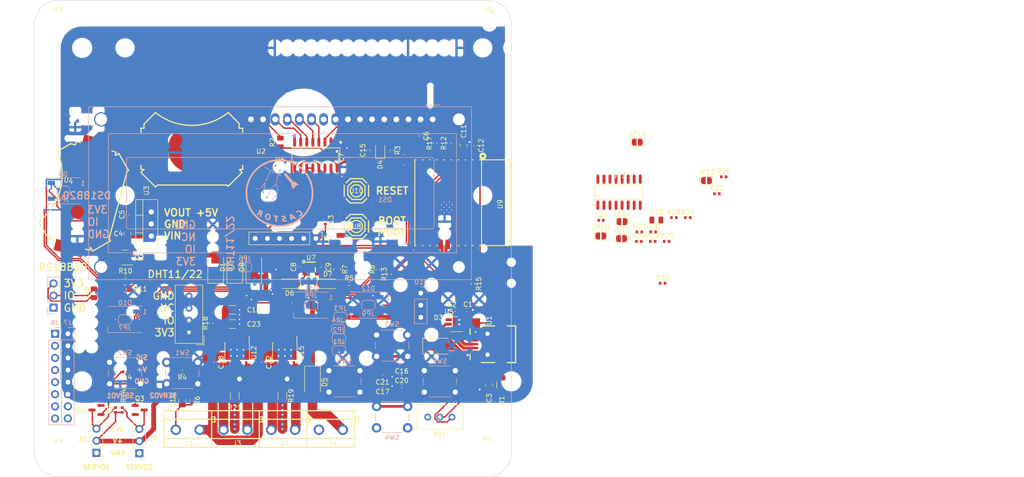
<source format=kicad_pcb>
(kicad_pcb (version 20211014) (generator pcbnew)
  (layers (0 "F.Cu" signal) (31 "B.Cu" signal) (34 "B.Paste" user) (35 "F.Paste" user) (36 "B.SilkS" user "B.Silkscreen") (37 "F.SilkS" user "F.Silkscreen") (38 "B.Mask" user) (39 "F.Mask" user) (44 "Edge.Cuts" user))
  (net 0 "")
  (net 1 "+BATT")
  (net 2 "GND")
  (net 3 "/VBUS")
  (net 4 "+3.3V")
  (net 5 "/D-")
  (net 6 "/D+")
  (net 7 "/GPIO9")
  (net 8 "/CHIP_PU")
  (net 9 "/VUSB")
  (net 10 "/BTN1")
  (net 11 "Net-(D4-Pad2)")
  (net 16 "/BTN2")
  (net 17 "Net-(DS1-Pad11)")
  (net 18 "Net-(DS1-Pad3)")
  (net 19 "Net-(DS1-Pad4)")
  (net 20 "Net-(DS1-Pad6)")
  (net 21 "Net-(DS1-Pad12)")
  (net 22 "Net-(DS1-Pad13)")
  (net 23 "Net-(DS1-Pad14)")
  (net 24 "Net-(DS1-Pad15)")
  (net 25 "/BTN3")
  (net 26 "/BTN4")
  (net 27 "/GPIO2")
  (net 28 "/GPIO8")
  (net 29 "/BTN5")
  (net 30 "/BTN6")
  (net 31 "/GPIO10")
  (net 32 "/RX")
  (net 33 "/TX")
  (net 34 "/GPIO3")
  (net 35 "/GPIO1")
  (net 36 "/GPIO0")
  (net 37 "Net-(C3-Pad1)")
  (net 38 "/EN_LDO")
  (net 39 "Net-(Q1-Pad1)")
  (net 40 "Net-(Q2-Pad1)")
  (net 41 "/SERVO1")
  (net 42 "Net-(Q3-Pad1)")
  (net 43 "/SERVO2")
  (net 44 "/A2_C")
  (net 45 "/A1_c")
  (net 46 "/HVBUS")
  (net 47 "Net-(C5-Pad2)")
  (net 48 "/DQ")
  (net 49 "/A1")
  (net 50 "/A2")
  (net 51 "Net-(D4-Pad1)")
  (net 52 "Net-(D5-Pad2)")
  (net 53 "Net-(D8-Pad2)")
  (net 54 "/DHT_DATA")
  (net 55 "Net-(J12-Pad1)")
  (net 56 "Net-(J13-Pad1)")
  (net 58 "Net-(U2-Pad2)")
  (net 61 "/SERVO2_c")
  (net 62 "/SERVO1_c")
  (net 65 "Net-(D7-Pad2)")
  (net 67 "unconnected-(U5-Pad3)")
  (net 68 "/B1")
  (net 70 "Net-(D10-Pad4)")
  (net 71 "Net-(D10-Pad2)")
  (net 72 "Net-(D11-Pad2)")
  (net 73 "/B2")
  (net 74 "/B2_C")
  (net 75 "Net-(D9-Pad4)")
  (net 76 "Net-(D12-Pad2)")
  (net 78 "Net-(J6-Pad3)")
  (net 83 "/B1_c")
  (net 88 "/SER_OUT")
  (net 89 "/CLK")
  (net 90 "/PL")
  (net 95 "/SER_IN")
  (net 96 "Net-(R20-Pad1)")
  (net 97 "Net-(R23-Pad1)")
  (net 98 "Net-(R24-Pad1)")
  (net 99 "Net-(R25-Pad1)")
  (net 100 "Net-(R26-Pad1)")
  (net 101 "/H-BRIDGE_PWR")
  (net 102 "/Latch control")
  (net 103 "Net-(R4-Pad2)")
  (footprint "Package_SO:Texas_HTSOP-8-1EP_3.9x4.9mm_P1.27mm_EP2.95x4.9mm_Mask2.4x3.1mm_ThermalVias" (layer "F.Cu") (at 57.5 89 -90)
    (fp_text reference "U12")
    (fp_text value "DRV8870DDA")
  )
  (footprint "Connector_PinHeader_2.54mm:PinHeader_1x03_P2.54mm_Vertical" (layer "F.Cu") (at 37 110.08 180)
    (fp_text reference "J9")
    (fp_text value "Conn_01x03_Male")
  )
  (footprint "0_JLCPCB_Footprints:BAT-SMD_MY-2032-12" (layer "F.Cu") (at 48 46.1905 180)
    (fp_text reference "U2")
    (fp_text value "MY-2032-12")
  )
  (footprint "0_JLCPCB_Footprints:MINI-USB-SMD_MINI-5PTP" (layer "F.Cu") (at 109.900051 87.200025 90)
    (fp_text reference "U1")
    (fp_text value "MINI_5PTP")
  )
  (footprint "Jumper:SolderJumper-2_P1.3mm_Open_RoundedPad1.0x1.5mm" (layer "F.Cu") (at 155.9 52.85)
    (fp_text reference "JP13")
    (fp_text value "Servo1")
  )
  (footprint "Capacitor_SMD:C_0805_2012Metric" (layer "F.Cu") (at 46 99 -90)
    (fp_text reference "C10")
    (fp_text value "1u")
  )
  (footprint "Resistor_SMD:R_0402_1005Metric" (layer "F.Cu") (at 146.71 74.4)
    (fp_text reference "R33")
    (fp_text value "10k")
  )
  (footprint "Resistor_SMD:R_0402_1005Metric" (layer "F.Cu") (at 52 82.8 90)
    (fp_text reference "R18")
    (fp_text value "10k")
  )
  (footprint "Diode_SMD:D_SMA" (layer "F.Cu") (at 61 71 90)
    (fp_text reference "D8")
    (fp_text value "SS34")
  )
  (footprint "Resistor_SMD:R_0402_1005Metric" (layer "F.Cu") (at 144.64 65.62)
    (fp_text reference "R29")
    (fp_text value "10k")
  )
  (footprint "Capacitor_SMD:C_0805_2012Metric" (layer "F.Cu") (at 110.35014 95.750025 -90)
    (fp_text reference "C3")
    (fp_text value "4.7n")
  )
  (footprint "Resistor_SMD:R_0805_2012Metric" (layer "F.Cu") (at 66.5609 44.8575 90)
    (fp_text reference "R2")
    (fp_text value "220R")
  )
  (footprint "MountingHole:MountingHole_3.2mm_M3" (layer "F.Cu") (at 20 20)
    (fp_text reference "H3")
    (fp_text value "MountingHole_Pad")
  )
  (footprint "Resistor_SMD:R_0805_2012Metric" (layer "F.Cu") (at 27.5 76.5 90)
    (fp_text reference "R16")
    (fp_text value "4.7k")
  )
  (footprint "Resistor_SMD:R_0402_1005Metric" (layer "F.Cu") (at 46 93 180)
    (fp_text reference "R4")
    (fp_text value "1k")
  )
  (footprint "Resistor_SMD:R_0402_1005Metric" (layer "F.Cu") (at 147.55 65.62)
    (fp_text reference "R25")
    (fp_text value "1k")
  )
  (footprint "Capacitor_SMD:C_0402_1005Metric" (layer "F.Cu") (at 103.22 80)
    (fp_text reference "C2")
    (fp_text value "0.1u 50V")
  )
  (footprint "Capacitor_SMD:C_0402_1005Metric" (layer "F.Cu") (at 92 96)
    (fp_text reference "C20")
    (fp_text value "0.1u 50V")
  )
  (footprint "0_JLCPCB_Footprints:BAT-SMD_MY-2032-12" (layer "F.Cu") (at 25.179011 56.065155 -105)
    (fp_text reference "U4")
    (fp_text value "MY-2032-12")
  )
  (footprint "Package_SO:Texas_HTSOP-8-1EP_3.9x4.9mm_P1.27mm_EP2.95x4.9mm_Mask2.4x3.1mm_ThermalVias" (layer "F.Cu") (at 67.5 89 -90)
    (fp_text reference "U15")
    (fp_text value "DRV8870DDA")
  )
  (footprint "Resistor_SMD:R_0402_1005Metric" (layer "F.Cu") (at 87 71.5 90)
    (fp_text reference "R8")
    (fp_text value "1k")
  )
  (footprint "Capacitor_SMD:C_0402_1005Metric" (layer "F.Cu") (at 88 94 180)
    (fp_text reference "C21")
    (fp_text value "0.1u 50V")
  )
  (footprint "0_JLCPCB_Footprints:BULETM-SMD_ESPRESSIF_ESP32-C3-WROOM-02-N4-4MB" (layer "F.Cu") (at 101.649898 57.5 -90)
    (fp_text reference "U9")
    (fp_text value "ESP32-C3-WROOM-02-N4(4MB)")
  )
  (footprint "Sensor:Aosong_DHT11_5.5x12.0_P2.54mm" (layer "F.Cu") (at 47.4025 84.7125 180)
    (fp_text reference "U11" hide)
    (fp_text value "DHT11" hide)
  )
  (footprint "Resistor_SMD:R_0402_1005Metric" (layer "F.Cu") (at 149.08 60.62)
    (fp_text reference "R28")
    (fp_text value "10k")
  )
  (footprint "Package_TO_SOT_SMD:SOT-23" (layer "F.Cu") (at 34 69 180)
    (fp_text reference "Q2")
    (fp_text value "2N7002")
  )
  (footprint "Resistor_SMD:R_0402_1005Metric" (layer "F.Cu") (at 151.99 60.62)
    (fp_text reference "R30")
    (fp_text value "10k")
  )
  (footprint "Resistor_SMD:R_0402_1005Metric" (layer "F.Cu") (at 159.53 52.07)
    (fp_text reference "R20")
    (fp_text value "1k")
  )
  (footprint "Diode_SMD:D_SOD-123" (layer "F.Cu") (at 68.5 74.5 180)
    (fp_text reference "D6")
    (fp_text value "1N4148W")
  )
  (footprint "Resistor_SMD:R_0402_1005Metric" (layer "F.Cu") (at 144.74 63.63)
    (fp_text reference "R26")
    (fp_text value "1k")
  )
  (footprint "Capacitor_SMD:C_0402_1005Metric" (layer "F.Cu") (at 80.5 48 90)
    (fp_text reference "C7")
    (fp_text value "0.1u 50V")
  )
  (footprint "0_JLCPCB_Footprints:CONN-TH_P5.00_KF301-5.0-2P" (layer "F.Cu") (at 67.5 105)
    (fp_text reference "J2")
    (fp_text value "Screw_Terminal_01x02")
  )
  (footprint "Resistor_SMD:R_0402_1005Metric" (layer "F.Cu") (at 158.09 55.62)
    (fp_text reference "R22")
    (fp_text value "10k")
  )
  (footprint "Resistor_SMD:R_0402_1005Metric" (layer "F.Cu") (at 102 45 90)
    (fp_text reference "R12")
    (fp_text value "10k")
  )
  (footprint "Capacitor_SMD:C_0402_1005Metric" (layer "F.Cu") (at 34.05 93 180)
    (fp_text reference "C14")
    (fp_text value "0.1u 50V")
  )
  (footprint "0_JLCPCB_Footprints:SW-SMD_4P-L5.1-W5.1-P3.70-LS6.5-TL-2" (layer "F.Cu") (at 82.5 62.5)
    (fp_text reference "U8")
    (fp_text value "TS-1187A-B-A-B")
  )
  (footprint "Diode_SMD:D_SMA" (layer "F.Cu") (at 57 71 90)
    (fp_text reference "D1")
    (fp_text value "SS34")
  )
  (footprint "Capacitor_SMD:C_0805_2012Metric" (layer "F.Cu") (at 145.4 61.13)
    (fp_text reference "C25")
    (fp_text value "1u")
  )
  (footprint "0_JLCPCB_Footprints:CONN-TH_P5.00_KF301-5.0-2P" (layer "F.Cu") (at 77.5 105)
    (fp_text reference "J4")
    (fp_text value "Screw_Terminal_01x02")
  )
  (footprint "Jumper:SolderJumper-2_P1.3mm_Open_RoundedPad1.0x1.5mm" (layer "F.Cu") (at 138.1 65.02)
    (fp_text reference "JP11")
    (fp_text value "Servo1")
  )
  (footprint "Package_TO_SOT_SMD:SOT-23" (layer "F.Cu") (at 28 101 180)
    (fp_text reference "Q1")
    (fp_text value "2N7002")
  )
  (footprint "Capacitor_SMD:C_0805_2012Metric" (layer "F.Cu") (at 34.5 64 -90)
    (fp_text reference "C4")
    (fp_text value "0.47u 50v")
  )
  (footprint "Package_TO_SOT_SMD:SOT-23" (layer "F.Cu") (at 37.0625 101)
    (fp_text reference "Q3")
    (fp_text value "2N7002")
  )
  (footprint "Capacitor_SMD:C_0402_1005Metric" (layer "F.Cu") (at 34.5 60 90)
    (fp_text reference "C5")
    (fp_text value "0.1u 50V")
  )
  (footprint "Capacitor_SMD:C_0402_1005Metric" (layer "F.Cu") (at 96 43.5 -90)
    (fp_text reference "C6")
    (fp_text value "0.1u 50V")
  )
  (footprint "MountingHole:MountingHole_3.2mm_M3" (layer "F.Cu") (at 110 110)
    (fp_text reference "H1")
    (fp_text value "MountingHole_Pad")
  )
  (footprint "Diode_SMD:D_SMA" (layer "F.Cu") (at 99.8 87.6)
    (fp_text reference "D3")
    (fp_text value "SS34")
  )
  (footprint "Diode_SMD:D_SMA" (layer "F.Cu") (at 53 71 90)
    (fp_text reference "D2")
    (fp_text value "SS34")
  )
  (footprint "Resistor_SMD:R_0402_1005Metric" (layer "F.Cu") (at 141.83 63.63)
    (fp_text reference "R23")
    (fp_text value "1k")
  )
  (footprint "Resistor_SMD:R_0402_1005Metric" (layer "F.Cu") (at 34.0875 73)
    (fp_text reference "R10")
    (fp_text value "1k")
  )
  (footprint "Capacitor_SMD:C_1206_3216Metric" (layer "F.Cu") (at 56.525 79.975)
    (fp_text reference "C19")
    (fp_text value "10u 50V")
  )
  (footprint "0_JLCPCB_Footprints:SOT-23-5_L3.0-W1.7-P0.95-LS2.8-BR" (layer "F.Cu") (at 73 71.52 180)
    (fp_text reference "U7")
    (fp_text value "ME6211C33M5G-N")
  )
  (footprint "Capacitor_SMD:C_0402_1005Metric" (layer "F.Cu") (at 85 46.5 90)
    (fp_text reference "C15")
    (fp_text value "0.1u 50V")
  )
  (footprint "Connector_PinHeader_2.54mm:PinHeader_1x06_P2.54mm_Vertical" (layer "F.Cu") (at 74 65 -90)
    (fp_text reference "J6")
    (fp_text value "Conn_01x06_Male")
  )
  (footprint "Resistor_SMD:R_0402_1005Metric" (layer "F.Cu") (at 89.5 72.5 90)
    (fp_text reference "R13")
    (fp_text value "1k")
  )
  (footprint "Diode_SMD:D_SMA" (layer "F.Cu") (at 73.3 95.2 -90)
    (fp_text reference "D5")
    (fp_text value "SS34")
  )
  (footprint "Resistor_SMD:R_0402_1005Metric" (layer "F.Cu") (at 81 74.5)
    (fp_text reference "R5")
    (fp_text value "1k")
  )
  (footprint "Resistor_SMD:R_0402_1005Metric" (layer "F.Cu") (at 141.73 65.62)
    (fp_text reference "R24")
    (fp_text value "1k")
  )
  (footprint "0_JLCPCB_Footprints:CONN-TH_P5.00_KF301-5.0-2P" (layer "F.Cu") (at 57.5 105)
    (fp_text reference "J3")
    (fp_text value "Screw_Terminal_01x02")
  )
  (footprint "LED_SMD:LED_0805_2012Metric" (layer "F.Cu") (at 87.5 46.5 90)
    (fp_text reference "D4")
    (fp_text value "LED")
  )
  (footprint "Capacitor_SMD:C_0402_1005Metric" (layer "F.Cu") (at 107.5 45.5 -90)
    (fp_text reference "C12")
    (fp_text value "0.1u 50V")
  )
  (footprint "Resistor_SMD:R_1206_3216Metric" (layer "F.Cu") (at 57 98 -90)
    (fp_text reference "R21")
    (fp_text value "0R")
  )
  (footprint "Resistor_SMD:R_0402_1005Metric" (layer "F.Cu") (at 32 101 90)
    (fp_text reference "R9")
    (fp_text value "1k")
  )
  (footprint "Capacitor_SMD:C_0402_1005Metric" (layer "F.Cu") (at 70.5 71 90)
    (fp_text reference "C8")
    (fp_text value "1u 25V")
  )
  (footprint "Capacitor_SMD:C_0402_1005Metric" (layer "F.Cu") (at 53 91 -90)
    (fp_text reference "C18")
    (fp_text value "0.1u 50V")
  )
  (footprint "Jumper:SolderJumper-2_P1.3mm_Open_RoundedPad1.0x1.5mm" (layer "F.Cu") (at 141.4 44.8)
    (fp_text reference "JP14")
    (fp_text value "Latch control")
  )
  (footprint "Resistor_SMD:R_0402_1005Metric" (layer "F.Cu") (at 33.4 101 90)
    (fp_text reference "R14")
    (fp_text value "1k")
  )
  (footprint "Capacitor_SMD:C_0402_1005Metric" (layer "F.Cu") (at 63 91 -90)
    (fp_text reference "C22")
    (fp_text value "0.1u 50V")
  )
  (footprint "Resistor_SMD:R_1206_3216Metric" (layer "F.Cu") (at 112.85014 95.700025 -90)
    (fp_text reference "R1")
    (fp_text value "1M")
  )
  (footprint "Resistor_SMD:R_0402_1005Metric" (layer "F.Cu") (at 48 99 -90)
    (fp_text reference "R6")
    (fp_text value "10k")
  )
  (footprint "0_JLCPCB_Footprints:PinHeader_1x01_P2.54mm_Vertical" (layer "F.Cu") (at 68 94.5)
    (fp_text reference "J13" hide)
    (fp_text value "Conn_01x01_Male")
  )
  (footprint "Resistor_SMD:R_1206_3216Metric" (layer "F.Cu") (at 67 98 -90)
    (fp_text reference "R19")
    (fp_text value "0R")
  )
  (footprint "MountingHole:MountingHole_3.2mm_M3" (layer "F.Cu") (at 110.4 20)
    (fp_text reference "H2")
    (fp_text value "MountingHole_Pad")
  )
  (footprint "Diode_SMD:D_SOD-123" (layer "F.Cu") (at 76.5 74.5)
    (fp_text reference "D7")
    (fp_text value "1N4148W")
  )
  (footprint "Jumper:SolderJumper-2_P1.3mm_Open_RoundedPad1.0x1.5mm" (layer "F.Cu") (at 138.2 61.47)
    (fp_text reference "JP12")
    (fp_text value "Servo1")
  )
  (footprint "Package_TO_SOT_SMD:SOT-23-6" (layer "F.Cu") (at 103 83 180)
    (fp_text reference "U5")
    (fp_text value "SRV05-4-P-T7")
  )
  (footprint "0_JLCPCB_Footprints:CONN-TH_P5.00_KF301-5.0-2P" (layer "F.Cu") (at 47.5 105)
    (fp_text reference "J1")
    (fp_text value "Screw_Terminal_01x02")
  )
  (footprint "Resistor_SMD:R_0402_1005Metric" (layer "F.Cu") (at 99 45 90)
    (fp_text reference "R17")
    (fp_text value "10k")
  )
  (footprint "Capacitor_SMD:C_1206_3216Metric" (layer "F.Cu") (at 56.525 82.975)
    (fp_text reference "C23")
    (fp_text value "10u 50V")
  )
  (footprint "MountingHole:MountingHole_3.2mm_M3" (layer "F.Cu") (at 20 110)
    (fp_text reference "H4")
    (fp_text value "MountingHole_Pad")
  )
  (footprint "Resistor_SMD:R_0402_1005Metric" (layer "F.Cu") (at 107 74.5 -90)
    (fp_text reference "R15")
    (fp_text value "10k")
  )
  (footprint "Potentiometer_THT:Potentiometer_Bourns_3296W_Vertical" (layer "F.Cu") (at 97.46 102.5 180)
    (fp_text reference "RV1")
    (fp_text value "10k")
  )
  (footprint "Capacitor_SMD:C_0402_1005Metric" (layer "F.Cu") (at 76 61.5 -90)
    (fp_text reference "C13")
    (fp_text value "0.1u 50V")
  )
  (footprint "Package_TO_SOT_THT:TO-220-3_Vertical" (layer "F.Cu") (at 39.5 64.5 90)
    (fp_text reference "U3")
    (fp_text value "L7805")
  )
  (footprint "0_JLCPCB_Footprints:SOIC-16_L9.9-W3.9-P1.27-LS6.0-BL" (layer "F.Cu") (at 137.582124 55.296081)
    (fp_text reference "U13")
    (fp_text value "74HC165")
  )
  (footprint "Capacitor_SMD:C_0402_1005Metric" (layer "F.Cu") (at 105.58 80)
    (fp_text reference "C1")
    (fp_text value "0.1u 50V")
  )
  (footprint "0_JLCPCB_Footprints:SW-SMD_4P-L5.1-W5.1-P3.70-LS6.5-TL-2" (layer "F.Cu") (at 82.5 55 180)
    (fp_text reference "U10")
    (fp_text value "TS-1187A-B-A-B")
  )
  (footprint "0_JLCPCB_Footprints:SOIC-16_L9.9-W3.9-P1.27-LS6.0-BL" (layer "F.Cu") (at 74.0009 47.5 180)
    (fp_text reference "U6")
    (fp_text value "74HC595")
  )
  (footprint "Connector_PinHeader_2.54mm:PinHeader_1x03_P2.54mm_Vertical" (layer "F.Cu") (at 28 110 180)
    (fp_text reference "J5")
    (fp_text value "Conn_01x03_Male")
  )
  (footprint "Resistor_SMD:R_0805_2012Metric" (layer "F.Cu") (at 78.5 71.5 -90)
    (fp_text reference "R7")
    (fp_text value "1M")
  )
  (footprint "Resistor_SMD:R_0402_1005Metric" (layer "F.Cu") (at 90 46.5 -90)
    (fp_text reference "R3")
    (fp_text value "1k")
  )
  (footprint "Capacitor_SMD:C_0805_2012Metric" (layer "F.Cu") (at 105 45.5 90)
    (fp_text reference "C11")
    (fp_text value "10u")
  )
  (footprint "Capacitor_SMD:C_0402_1005Metric" (layer "F.Cu") (at 75.5 71.02 -90)
    (fp_text reference "C9")
    (fp_text value "1u 25V")
  )
  (footprint "Capacitor_SMD:C_0402_1005Metric" (layer "F.Cu") (at 88 96 180)
    (fp_text reference "C17")
    (fp_text value "0.1u 50V")
  )
  (footprint "Resistor_SMD:R_0805_2012Metric" (layer "F.Cu") (at 34 75.5 180)
    (fp_text reference "R11")
    (fp_text value "5.1k")
  )
  (footprint "0_JLCPCB_Footprints:PinHeader_1x01_P2.54mm_Vertical" (layer "F.Cu") (at 58 94.5)
    (fp_text reference "J12" hide)
    (fp_text value "Conn_01x01_Male")
  )
  (footprint "Capacitor_SMD:C_0402_1005Metric" (layer "F.Cu") (at 133.8 61.2)
    (fp_text reference "C24")
    (fp_text value "0.1u 50V")
  )
  (footprint "Capacitor_SMD:C_0402_1005Metric" (layer "F.Cu") (at 92 94)
    (fp_text reference "C16")
    (fp_text value "0.1u 50V")
  )
  (footprint "Jumper:SolderJumper-2_P1.3mm_Open_RoundedPad1.0x1.5mm" (layer "F.Cu") (at 133.75 64.48)
    (fp_text reference "JP10")
    (fp_text value "Servo1")
  )
  (footprint "Connector_PinHeader_2.54mm:PinHeader_1x08_P2.54mm_Vertical" (layer "B.Cu") (at 22 85 180)
    (fp_text reference "J7")
    (fp_text value "Conn_01x08")
  )
  (footprint "Jumper:SolderJumper-2_P1.3mm_Open_RoundedPad1.0x1.5mm" (layer "B.Cu") (at 73 79)
    (fp_text reference "JP8")
    (fp_text value "led bypass")
  )
  (footprint "Jumper:SolderJumper-2_P1.3mm_Open_RoundedPad1.0x1.5mm" (layer "B.Cu") (at 78.85 88.5 180)
    (fp_text reference "JP1")
    (fp_text value "Latch bypass")
  )
  (footprint "Jumper:SolderJumper-2_P1.3mm_Open_RoundedPad1.0x1.5mm" (layer "B.Cu") (at 59.15 71 180)
    (fp_text reference "JP5")
    (fp_text value "led bypass")
  )
  (footprint "Jumper:SolderJumper-2_P1.3mm_Open_RoundedPad1.0x1.5mm" (layer "B.Cu") (at 85 79)
    (fp_text reference "JP9")
    (fp_text value "led bypass")
  )
  (footprint "Connector_PinHeader_2.54mm:PinHeader_1x03_P2.54mm_Vertical" (layer "B.Cu") (at 19 79.525)
    (fp_text reference "J11" hide)
    (fp_text value "DS18B20 temperature sensor")
  )
  (footprint "Button_Switch_THT:SW_PUSH_6mm" (layer "B.Cu") (at 103.25 92.75 180)
    (fp_text reference "SW5")
    (fp_text value "SW_Push")
  )
  (footprint "Button_Switch_THT:SW_PUSH_6mm" (layer "B.Cu") (at 86.75 104.75)
    (fp_text reference "SW4")
    (fp_text value "SW_Push")
  )
  (footprint "Jumper:SolderJumper-2_P1.3mm_Open_RoundedPad1.0x1.5mm" (layer "B.Cu") (at 78.85 86 180)
    (fp_text reference "JP2")
    (fp_text value "VIN DIODE BYPASS")
  )
  (footprint "Button_Switch_THT:SW_PUSH_6mm" (layer "B.Cu") (at 93.25 85.25 180)
    (fp_text reference "SW3")
    (fp_text value "SW_Push")
  )
  (footprint "Display:WC1602A" (layer "B.Cu") (at 98.5009 40 180)
    (fp_text reference "DS1")
    (fp_text value "WC1602A")
  )
  (footprint "Connector_PinHeader_2.54mm:PinHeader_1x03_P2.54mm_Vertical" (layer "B.Cu") (at 96 76.475 180)
    (fp_text reference "J10")
    (fp_text value "Conn_01x03_Male")
  )
  (footprint "Button_Switch_THT:SW_PUSH_6mm" (layer "B.Cu") (at 49.25 91 180)
    (fp_text reference "SW1")
    (fp_text value "SW_Push")
  )
  (footprint "Jumper:SolderJumper-2_P1.3mm_Open_RoundedPad1.0x1.5mm" (layer "B.Cu") (at 34 82)
    (fp_text reference "JP7")
    (fp_text value "led bypass")
  )
  (footprint "Button_Switch_THT:SW_PUSH_6mm" (layer "B.Cu") (at 83.25 92.75 180)
    (fp_text reference "SW6")
    (fp_text value "SW_Push")
  )
  (footprint "LED_SMD:LED_WS2812B_PLCC4_5.0x5.0mm_P3.2mm" (layer "B.Cu") (at 73 79 180)
    (fp_text reference "D11")
    (fp_text value "WS2812B")
  )
  (footprint "Jumper:SolderJumper-2_P1.3mm_Open_RoundedPad1.0x1.5mm" (layer "B.Cu") (at 21 55)
    (fp_text reference "JP6")
    (fp_text value "led bypass")
  )
  (footprint "Connector_PinHeader_2.54mm:PinHeader_1x08_P2.54mm_Vertical" (layer "B.Cu") (at 19.33 85.005 180)
    (fp_text reference "J8")
    (fp_text value "Conn_01x08")
  )
  (footprint "Jumper:SolderJumper-2_P1.3mm_Open_RoundedPad1.0x1.5mm" (layer "B.Cu") (at 79.15 81.5 180)
    (fp_text reference "JP3")
    (fp_text value "H-Bridge")
  )
  (footprint "0_JLCPCB_Footprints:Castor logo" (layer "B.Cu") (at 73.500864 48.357536 180)
    (fp_text reference "LOGO1" hide)
    (fp_text value "CASTOR" hide)
  )
  (footprint "Jumper:SolderJumper-2_P1.3mm_Open_RoundedPad1.0x1.5mm" (layer "B.Cu") (at 78.65 84 180)
    (fp_text reference "JP4")
    (fp_text value "Power LED")
  )
  (footprint "LED_SMD:LED_WS2812B_PLCC4_5.0x5.0mm_P3.2mm" (layer "B.Cu") (at 85 79 180)
    (fp_text reference "D12")
    (fp_text value "WS2812B")
  )
  (footprint "Button_Switch_THT:SW_PUSH_6mm" (layer "B.Cu") (at 37.25 91 180)
    (fp_text reference "SW2")
    (fp_text value "SW_Push")
  )
  (footprint "LED_SMD:LED_WS2812B_PLCC4_5.0x5.0mm_P3.2mm" (layer "B.Cu") (at 21 55 180)
    (fp_text reference "D9")
    (fp_text value "WS2812B")
  )
  (footprint "LED_SMD:LED_WS2812B_PLCC4_5.0x5.0mm_P3.2mm" (layer "B.Cu") (at 34 82 180)
    (fp_text reference "D10")
    (fp_text value "WS2812B")
  )
  (gr_arc locked (start 20 115) (mid 16.464466 113.535534) (end 15 110) (layer "Edge.Cuts") (width 0.1))
  (gr_arc locked (start 110 15) (mid 113.535534 16.464466) (end 115 20) (layer "Edge.Cuts") (width 0.1))
  (gr_line locked (start 15 110) (end 15 20) (layer "Edge.Cuts") (width 0.1))
  (gr_arc locked (start 115 110) (mid 113.535534 113.535534) (end 110 115) (layer "Edge.Cuts") (width 0.1))
  (gr_arc locked (start 15 20) (mid 16.464466 16.464466) (end 20 15) (layer "Edge.Cuts") (width 0.1))
  (gr_line (start 110 115) (end 20 115) (layer "Edge.Cuts") (width 0.1))
  (gr_line locked (start 20 15) (end 110 15) (layer "Edge.Cuts") (width 0.1))
  (gr_line locked (start 115 20) (end 115 110) (layer "Edge.Cuts") (width 0.1))
  (gr_text "3V3\nIO\nGND" (at 26 61.54) (layer "B.SilkS") (effects (font (size 1.6 1.5) (thickness 0.25)) (justify right mirror)))
  (gr_text "GND" (at 37.5 95) (layer "B.SilkS") (effects (font (size 1 1) (thickness 0.25)) (justify mirror)))
  (gr_text "DHT11/22" (at 56 66 270) (layer "B.SilkS") (effects (font (size 1.5 1.5) (thickness 0.25)) (justify mirror)))
  (gr_text "SERVO1" (at 33 98) (layer "B.SilkS") (effects (font (size 1 1) (thickness 0.25)) (justify mirror)))
  (gr_text "DS18B20" (at 26 56) (layer "B.SilkS") (effects (font (size 1.5 1.5) (thickness 0.25)) (justify mirror)))
  (gr_text "SIG" (at 37.5 90) (layer "B.SilkS") (effects (font (size 1 1) (thickness 0.25)) (justify mirror)))
  (gr_text "SERVO2" (at 42 98) (layer "B.SilkS") (effects (font (size 1 1) (thickness 0.25)) (justify mirror)))
  (gr_text "GND\nNC\nIO\n3V3" (at 49 66) (layer "B.SilkS") (effects (font (size 1.6 1.5) (thickness 0.25)) (justify left mirror)))
  (gr_text "V+" (at 37.5 92.5) (layer "B.SilkS") (effects (font (size 1 1) (thickness 0.25)) (justify mirror)))
  (gr_text "SERVO2" (at 37 113) (layer "F.SilkS") (effects (font (size 1 1) (thickness 0.25))))
  (gr_text "GND\nNC\nIO\n3V3" (at 44.5225 80.9025) (layer "F.SilkS") (effects (font (size 1.6 1.5) (thickness 0.25)) (justify right)))
  (gr_text "VOUT +5V\nGND\nVIN" (at 42 62) (layer "F.SilkS") (effects (font (size 1.5 1.5) (thickness 0.3)) (justify left)))
  (gr_text "GND" (at 32.5 110) (layer "F.SilkS") (effects (font (size 1 1) (thickness 0.25))))
  (gr_text "SERVO1" (at 28 113) (layer "F.SilkS") (effects (font (size 1 1) (thickness 0.25))))
  (gr_text "V+" (at 32.5 107.5) (layer "F.SilkS") (effects (font (size 1 1) (thickness 0.25))))
  (gr_text "BOOT\nMODE" (at 90 62.5) (layer "F.SilkS") (effects (font (size 1.5 1.5) (thickness 0.3))))
  (gr_text "RESET" (at 90 55) (layer "F.SilkS") (effects (font (size 1.5 1.5) (thickness 0.3))))
  (gr_text "3V3\nIO\nGND" (at 21 77) (layer "F.SilkS") (effects (font (size 1.6 1.5) (thickness 0.25)) (justify left)))
  (gr_text "SIG" (at 32.5 105) (layer "F.SilkS") (effects (font (size 1 1) (thickness 0.25))))
  (gr_text "DS18B20" (at 21 71) (layer "F.SilkS") (effects (font (size 1.5 1.5) (thickness 0.25))))
  (gr_text "DHT11/22" (at 44.5 72.5) (layer "F.SilkS") (effects (font (size 1.5 1.5) (thickness 0.25))))
  (segment (start 57 69) (end 57 48.350013) (width 1) (layer "F.Cu") (net 1))
  (segment (start 57 48.350013) (end 59.350013 46) (width 1) (layer "F.Cu") (net 1))
  (segment (start 110.35014 96.700025) (end 108.35014 96.700025) (width 0.3) (layer "F.Cu") (net 2))
  (segment (start 65.670051 71.52) (end 71.699898 71.52) (width 0.64) (layer "F.Cu") (net 2))
  (segment (start 106.949962 85.150038) (end 107.5 84.6) (width 0.64) (layer "F.Cu") (net 2))
  (segment (start 74.635901 50.235585) (end 74.635901 49.552095) (width 0.3) (layer "F.Cu") (net 2))
  (segment (start 59.405 87.095) (end 57.5 89) (width 1) (layer "F.Cu") (net 2))
  (segment (start 106.25 44.75) (end 106.45 44.55) (width 1) (layer "F.Cu") (net 2))
  (segment (start 34.5 63.05) (end 35.59 61.96) (width 1) (layer "F.Cu") (net 2))
  (segment (start 57 100) (end 57 101) (width 2) (layer "F.Cu") (net 2))
  (segment (start 71.699898 71.52) (end 70.54 71.52) (width 0.64) (layer "F.Cu") (net 2))
  (segment (start 65.650051 71.5) (end 65.670051 71.52) (width 0.64) (layer "F.Cu") (net 2))
  (segment (start 67 103) (end 67 104) (width 2) (layer "F.Cu") (net 2))
  (segment (start 98.5009 41.9491) (end 98.5009 40) (width 0.3) (layer "F.Cu") (net 2))
  (segment (start 79.200025 53.149809) (end 79.200025 52.299975) (width 0.3) (layer "F.Cu") (net 2))
  (segment (start 76 62.45) (end 76 63.925) (width 0.3) (layer "F.Cu") (net 2))
  (segment (start 80.5 47.05) (end 80.5 46) (width 0.5) (layer "F.Cu") (net 2))
  (segment (start 35.59 61.96) (end 39.5 61.96) (width 1) (layer "F.Cu") (net 2))
  (segment (start 58.8 89.65) (end 66.2 89.65) (width 1.5) (layer "F.Cu") (net 2))
  (segment (start 110.35014 96.700025) (end 112.38764 96.700025) (width 0.3) (layer "F.Cu") (net 2))
  (segment (start 76 63.925) (end 74.925 65) (width 0.3) (layer "F.Cu") (net 2))
  (segment (start 79.200025 52.299975) (end 79.5 52) (width 0.3) (layer "F.Cu") (net 2))
  (segment (start 104.119397 83) (end 104.095415 83.023982) (width 0.4) (layer "F.Cu") (net 2))
  (segment (start 106.06 80) (end 106.93 80) (width 0.3) (layer "F.Cu") (net 2))
  (segment (start 70.825894 49.552095) (end 70.825894 50.235585) (width 0.3) (layer "F.Cu") (net 2))
  (segment (start 57 102) (end 57 103) (width 2) (layer "F.Cu") (net 2))
  (segment (start 57 101) (end 57 102) (width 2) (layer "F.Cu") (net 2))
  (segment (start 58 81) (end 58 82) (width 2) (layer "F.Cu") (net 2))
  (segment (start 48 99.9125) (end 46.0375 99.9125) (width 0.3) (layer "F.Cu") (net 2))
  (segment (start 57 104) (end 57 105) (width 2) (layer "F.Cu") (net 2))
  (segment (start 46 99.95) (end 44.646012 101.303988) (width 0.3) (layer "F.Cu") (net 2))
  (segment (start 81.502 49.048) (end 81.502 49.998) (width 0.3) (layer "F.Cu") (net 2))
  (segment (start 69.555891 43.555891) (end 69.5 43.5) (width 0.3) (layer "F.Cu") (net 2))
  (segment (start 104.1375 83) (end 104.119397 83) (width 0.4) (layer "F.Cu") (net 2))
  (segment (start 57 103) (end 57 104) (width 2) (layer "F.Cu") (net 2))
  (segment (start 57 99.4625) (end 57 100) (width 2) (layer "F.Cu") (net 2))
  (segment (start 66.2 88.35) (end 58.8 88.35) (width 1.5) (layer "F.Cu") (net 2))
  (segment (start 112.38764 96.700025) (end 112.85014 97.162525) (width 0.3) (layer "F.Cu") (net 2))
  (segment (start 69.405 86.125) (end 69.405 87.095) (width 1) (layer "F.Cu") (net 2))
  (segment (start 85 45.55) (end 81.502 49.048) (width 0.3) (layer "F.Cu") (net 2))
  (segment (start 96.47 43.98) (end 98.5009 41.9491) (width 0.3) (layer "F.Cu") (net 2))
  (segment (start 56.2 89.65) (end 53.4 89.65) (width 1.5) (layer "F.Cu") (net 2))
  (segment (start 67 101) (end 67 102) (width 2) (layer "F.Cu") (net 2))
  (segment (start 106.949962 85.600203) (end 106.949962 85.150038) (width 0.64) (layer "F.Cu") (net 2))
  (segment (start 67 102) (end 67 103) (width 2) (layer "F.Cu") (net 2))
  (segment (start 69.555891 44.764415) (end 69.555891 43.555891) (width 0.3) (layer "F.Cu") (net 2))
  (segment (start 53.4 89.65) (end 53 90.05) (width 1.5) (layer "F.Cu") (net 2))
  (segment (start 34.5 60.95) (end 34.5 63.05) (width 1) (layer "F.Cu") (net 2))
  (segment (start 106.05 44.55) (end 105 44.55) (width 1) (layer "F.Cu") (net 2))
  (segment (start 58 79.975) (end 58 81) (width 2) (layer "F.Cu") (net 2))
  (segment (start 67 104) (end 67 105) (width 2) (layer "F.Cu") (net 2))
  (segment (start 70.54 71.52) (end 70.5 71.48) (width 0.64) (layer "F.Cu") (net 2))
  (segment (start 75.5 71.5) (end 65.650051 71.5) (width 0.64) (layer "F.Cu") (net 2))
  (segment (start 34.5 60.95) (end 29.929152 60.95) (width 0.64) (layer "F.Cu") (net 2))
  (segment (start 67 99.4625) (end 67 100) (width 2) (layer "F.Cu") (net 2))
  (segment (start 74.635901 49.552095) (end 74.056895 48.973089) (width 0.3) (layer "F.Cu") (net 2))
  (segment (start 102.74 80) (end 101.87 80) (width 0.3) (layer "F.Cu") (net 2))
  (segment (start 29.929152 60.95) (end 24.995002 56.01585) (width 0.64) (layer "F.Cu") (net 2))
  (segment (start 44.646012 101.303988) (end 44.646012 105.15) (width 0.3) (layer "F.Cu") (net 2))
  (segment (start 96 43.98) (end 96.47 43.98) (width 0.3) (layer "F.Cu") (net 2))
  (segment (start 106.25 44.75) (end 106.05 44.55) (width 1) (layer "F.Cu") (net 2))
  (segment (start 106.45 44.55) (end 107.5 44.55) (width 1) (layer "F.Cu") (net 2))
  (segment (start 59.405 86.125) (end 59.405 87.095) (width 1) (layer "F.Cu") (net 2))
  (segment (start 78.5 70.5875) (end 76.4125 70.5875) (width 0.3) (layer "F.Cu") (net 2))
  (segment (start 69.405 87.095) (end 67.5 89) (width 1) (layer "F.Cu") (net 2))
  (segment (start 74.056895 48.973089) (end 71.4049 48.973089) (width 0.3) (layer "F.Cu") (net 2))
  (segment (start 76.4125 70.5875) (end 75.5 71.5) (width 0.3) (layer "F.Cu") (net 2))
  (segment (start 81.502 49.998) (end 79.5 52) (width 0.3) (layer "F.Cu") (net 2))
  (segment (start 79.5 52) (end 76.168406 52) (width 0.3) (layer "F.Cu") (net 2))
  (segment (start 58 82) (end 58 82.975) (width 2) (layer "F.Cu") (net 2))
  (segment (start 67 100) (end 67 101) (width 2) (layer "F.Cu") (net 2))
  (segment (start 46.0375 99.9125) (end 46 99.95) (width 0.3) (layer "F.Cu") (net 2))
  (segment (start 74.925 65) (end 74 65) (width 0.3) (layer "F.Cu") (net 2))
  (segment (start 74.635901 50.467495) (end 74.635901 50.235585) (width 0.3) (layer "F.Cu") (net 2))
  (segment (start 76.168406 52) (end 74.635901 50.467495) (width 0.3) (layer "F.Cu") (net 2))
  (segment (start 71.4049 48.973089) (end 70.825894 49.552095) (width 0.3) (layer "F.Cu") (net 2))
  (via (at 101.87 80) (size 0.8) (drill 0.4) (layers "F.Cu" "B.Cu") (net 2))
  (via (at 57 104) (size 0.7) (drill 0.3) (layers "F.Cu" "B.Cu") (net 2))
  (via (at 58 82) (size 0.7) (drill 0.3) (layers "F.Cu" "B.Cu") (net 2))
  (via (at 69.5 43.5) (size 0.7) (drill 0.3) (layers "F.Cu" "B.Cu") (net 2))
  (via (at 67 104) (size 0.7) (drill 0.3) (layers "F.Cu" "B.Cu") (net 2))
  (via (at 67 105) (size 0.7) (drill 0.3) (layers "F.Cu" "B.Cu") (net 2))
  (via (at 102 57.35) (size 0.4) (drill 0.2) (layers "F.Cu" "B.Cu") (net 2))
  (via (at 58 81) (size 0.7) (drill 0.3) (layers "F.Cu" "B.Cu") (net 2))
  (via (at 80.5 46) (size 0.7) (drill 0.3) (layers "F.Cu" "B.Cu") (net 2))
  (via (at 100.9 57.34) (size 0.4) (drill 0.2) (layers "F.Cu" "B.Cu") (net 2))
  (via (at 100.9 59.56) (size 0.4) (drill 0.2) (layers "F.Cu" "B.Cu") (net 2))
  (via (at 67 100) (size 0.7) (drill 0.3) (layers "F.Cu" "B.Cu") (net 2))
  (via (at 100.9 58.46) (size 0.4) (drill 0.2) (layers "F.Cu" "B.Cu") (net 2))
  (via (at 108.35014 96.700025) (size 0.8) (drill 0.4) (layers "F.Cu" "B.Cu") (net 2))
  (via (at 107.5 84.6) (size 0.7) (drill 0.3) (layers "F.Cu" "B.Cu") (net 2))
  (via (at 65.650051 71.5) (size 0.7) (drill 0.3) (layers "F.Cu" "B.Cu") (net 2))
  (via (at 57 100) (size 0.7) (drill 0.3) (layers "F.Cu" "B.Cu") (net 2))
  (via (at 67 101) (size 0.7) (drill 0.3) (layers "F.Cu" "B.Cu") (net 2))
  (via (at 102.55 57.91) (size 0.4) (drill 0.2) (layers "F.Cu" "B.Cu") (net 2))
  (via (at 102 58.47) (size 0.4) (drill 0.2) (layers "F.Cu" "B.Cu") (net 2))
  (via (at 101.45 59.01) (size 0.4) (drill 0.2) (layers "F.Cu" "B.Cu") (net 2))
  (via (at 58 82.975) (size 0.7) (drill 0.3) (layers "F.Cu" "B.Cu") (net 2))
  (via (at 102.54 59.01) (size 0.4) (drill 0.2) (layers "F.Cu" "B.Cu") (net 2))
  (via (at 67 103) (size 0.7) (drill 0.3) (layers "F.Cu" "B.Cu") (net 2))
  (via (at 57 101) (size 0.7) (drill 0.3) (layers "F.Cu" "B.Cu") (net 2))
  (via (at 57 103) (size 0.7) (drill 0.3) (layers "F.Cu" "B.Cu") (net 2))
  (via (at 106.93 80) (size 0.8) (drill 0.4) (layers "F.Cu" "B.Cu") (net 2))
  (via (at 57 105) (size 0.7) (drill 0.3) (layers "F.Cu" "B.Cu") (net 2))
  (via (at 100.34 57.91) (size 0.4) (drill 0.2) (layers "F.Cu" "B.Cu") (net 2))
  (via (at 100.34 59.01) (size 0.4) (drill 0.2) (layers "F.Cu" "B.Cu") (net 2))
  (via (at 67 102) (size 0.7) (drill 0.3) (layers "F.Cu" "B.Cu") (net 2))
  (via (at 106.25 44.75) (size 0.8) (drill 0.4) (layers "F.Cu" "B.Cu") (net 2))
  (via (at 79.5 52) (size 0.7) (drill 0.3) (layers "F.Cu" "B.Cu") (net 2))
  (via (at 104.095415 83.023982) (size 0.8) (drill 0.4) (layers "F.Cu" "B.Cu") (net 2))
  (via (at 102 59.56) (size 0.4) (drill 0.2) (layers "F.Cu" "B.Cu") (net 2))
  (via (at 101.45 57.91) (size 0.4) (drill 0.2) (layers "F.Cu" "B.Cu") (net 2))
  (via (at 57 102) (size 0.7) (drill 0.3) (layers "F.Cu" "B.Cu") (net 2))
  (via (at 58 79.975) (size 0.7) (drill 0.3) (layers "F.Cu" "B.Cu") (net 2))
  (segment (start 96 42.55) (end 96 40.0391) (width 0.3) (layer "F.Cu") (net 3))
  (segment (start 68.927888 51.180205) (end 69 51.252317) (width 0.4) (layer "F.Cu") (net 3))
  (segment (start 96 81.555) (end 76.155 81.555) (width 1) (layer "F.Cu") (net 3))
  (segment (start 72.5 77.5) (end 73.073499 76.926501) (width 0.3) (layer "F.Cu") (net 3))
  (segment (start 99.003 102.912971) (end 99.003 102.087029) (width 0.3) (layer "F.Cu") (net 3))
  (segment (start 78.445909 49.552095) (end 78.445909 50.235585) (width 0.3) (layer "F.Cu") (net 3))
  (segment (start 92.933371 38.423) (end 92.0579 39.298471) (width 0.3) (layer "F.Cu") (net 3))
  (segment (start 103.778244 98.527) (end 105 97.305244) (width 0.3) (layer "F.Cu") (net 3))
  (segment (start 99.403501 89.203501) (end 97.8 87.6) (width 0.3) (layer "F.Cu") (net 3))
  (segment (start 94.3839 38.423) (end 92.933371 38.423) (width 0.3) (layer "F.Cu") (net 3))
  (segment (start 20.264804 69.20463) (end 24.692292 69.20463) (width 0.3) (layer "F.Cu") (net 3))
  (segment (start 69 49.218853) (end 68.927888 49.290965) (width 0.4) (layer "F.Cu") (net 3))
  (segment (start 34.9125 75.5) (end 37.4125 73) (width 0.3) (layer "F.Cu") (net 3))
  (segment (start 42.75 95.5) (end 42.75 97.25) (width 1) (layer "F.Cu") (net 3))
  (segment (start 73.3 78.3) (end 72.5 77.5) (width 1) (layer "F.Cu") (net 3))
  (segment (start 99.587029 103.497) (end 99.003 102.912971) (width 0.3) (layer "F.Cu") (net 3))
  (segment (start 37.46 107.54) (end 37 107.54) (width 1) (layer "F.Cu") (net 3))
  (segment (start 92.0579 39.298471) (end 92.0579 40.887529) (width 0.3) (layer "F.Cu") (net 3))
  (segment (start 35 93) (end 35.25 93) (width 0.3) (layer "F.Cu") (net 3))
  (segment (start 81.499501 42.500499) (end 79.058494 44.941506) (width 0.3) (layer "F.Cu") (net 3))
  (segment (start 70.550038 70.570038) (end 70.5 70.52) (width 0.64) (layer "F.Cu") (net 3))
  (segment (start 31.964662 76.477) (end 33.9355 76.477) (width 0.3) (layer "F.Cu") (net 3))
  (segment (start 76.155 81.555) (end 73.3 78.7) (width 1) (layer "F.Cu") (net 3))
  (segment (start 99.003 102.087029) (end 102.563029 98.527) (width 0.3) (layer "F.Cu") (net 3))
  (segment (start 96 85.8) (end 97.8 87.6) (width 1) (layer "F.Cu") (net 3))
  (segment (start 80.5 48.95) (end 79.731494 48.95) (width 0.5) (layer "F.Cu") (net 3))
  (segment (start 17.5 54) (end 17.5 66.439826) (width 0.3) (layer "F.Cu") (net 3))
  (segment (start 32 101.51) (end 32 103.46) (width 0.3) (layer "F.Cu") (net 3))
  (segment (start 105 97.305244) (end 105 91) (width 0.3) (layer "F.Cu") (net 3))
  (segment (start 95.9609 40) (end 94.3839 38.423) (width 0.3) (layer "F.Cu") (net 3))
  (segment (start 32 103.46) (end 28 107.46) (width 0.3) (layer "F.Cu") (net 3))
  (segment (start 102.563029 98.527) (end 103.778244 98.527) (width 0.3) (layer "F.Cu") (net 3))
  (segment (start 63.5 73) (end 63.5 69) (width 1) (layer "F.Cu") (net 3))
  (segment (start 70.5 70.52) (end 68.98 69) (width 1) (layer "F.Cu") (net 3))
  (segment (start 69 48.54) (end 69 49.218853) (width 0.4) (layer "F.Cu") (net 3))
  (segment (start 60.5 72.5) (end 61 73) (width 1) (layer "F.Cu") (net 3))
  (segment (start 73.073499 76.926501) (end 85.926501 76.926501) (width 0.3) (layer "F.Cu") (net 3))
  (segment (start 72.384324 77.615676) (end 64.115676 77.615676) (width 1) (layer "F.Cu") (net 3))
  (segment (start 35.25 93) (end 37.25 91) (width 0.3) (layer "F.Cu") (net 3))
  (segment (start 72.5 77.5) (end 72.384324 77.615676) (width 1) (layer "F.Cu") (net 3))
  (segment (start 101.543 103.497) (end 99.587029 103.497) (width 0.3) (layer "F.Cu") (net 3))
  (segment (start 69 57.98947) (end 62.477 64.51247) (width 0.4) (layer "F.Cu") (net 3))
  (segment (start 74.920725 46.026911) (end 78.445909 49.552095) (width 0.3) (layer "F.Cu") (net 3))
  (segment (start 33.4 101.51) (end 32 101.51) (width 0.3) (layer "F.Cu") (net 3))
  (segment (start 28.08 107.54) (end 28 107.46) (width 1) (layer "F.Cu") (net 3))
  (segment (start 64.115676 77.615676) (end 63.5 77) (width 1) (layer "F.Cu") (net 3))
  (segment (start 66.5609 45.77) (end 66.23 45.77) (width 0.4) (layer "F.Cu") (net 3))
  (segment (start 61 73) (end 63.5 73) (width 1) (layer "F.Cu") (net 3))
  (segment (start 79.731494 48.95) (end 78.445909 50.235585) (width 0.5) (layer "F.Cu") (net 3))
  (segment (start 79.058494 49.623) (end 78.445909 50.235585) (width 0.3) (layer "F.Cu") (net 3))
  (segment (start 62.477 64.51247) (end 62.477 66.477) (width 0.4) (layer "F.Cu") (net 3))
  (segment (start 102.54 102.5) (end 101.543 103.497) (width 0.3) (layer "F.Cu") (net 3))
  (segment (start 66.23 45.77) (end 69 48.54) (width 0.4) (layer "F.Cu") (net 3))
  (segment (start 40 105) (end 37.46 107.54) (width 1) (layer "F.Cu") (net 3))
  (segment (start 42.75 97.25) (end 40 100) (width 1) (layer "F.Cu") (net 3))
  (segment (start 63.5 77) (end 63.5 73) (width 1) (layer "F.Cu") (net 3))
  (segment (start 92.0579 40.887529) (end 90.44493 42.500499) (width 0.3) (layer "F.Cu") (net 3))
  (segment (start 53 73) (end 53.5 72.5) (width 1) (layer "F.Cu") (net 3))
  (segment (start 69 51.252317) (end 69 57.98947) (width 0.4) (layer "F.Cu") (net 3))
  (segment (start 105 91) (end 103.203501 89.203501) (width 0.3) (layer "F.Cu") (net 3))
  (segment (start 37 107.54) (end 28.08 107.54) (width 1) (layer "F.Cu") (net 3))
  (segment (start 66.817811 46.026911) (end 74.920725 46.026911) (width 0.3) (layer "F.Cu") (net 3))
  (segment (start 24.692292 69.20463) (end 31.964662 76.477) (width 0.3) (layer "F.Cu") (net 3))
  (segment (start 103.203501 89.203501) (end 99.403501 89.203501) (width 0.3) (layer "F.Cu") (net 3))
  (segment (start 68.927888 49.290965) (end 68.927888 51.180205) (width 0.4) (layer "F.Cu") (net 3))
  (segment (start 37.4125 73) (end 53 73) (width 0.3) (layer "F.Cu") (net 3))
  (segment (start 40 100) (end 40 105) (width 1) (layer "F.Cu") (net 3))
  (segment (start 71.699898 70.570038) (end 70.550038 70.570038) (width 0.64) (layer "F.Cu") (net 3))
  (segment (start 85.926501 76.926501) (end 86 77) (width 0.3) (layer "F.Cu") (net 3))
  (segment (start 17.5 66.439826) (end 20.264804 69.20463) (width 0.3) (layer "F.Cu") (net 3))
  (segment (start 79.058494 44.941506) (end 79.058494 49.623) (width 0.3) (layer "F.Cu") (net 3))
  (segment (start 62.477 66.477) (end 63.5 67.5) (width 0.4) (layer "F.Cu") (net 3))
  (segment (start 96 40.0391) (end 95.9609 40) (width 0.3) (layer "F.Cu") (net 3))
  (segment (start 68.98 69) (end 63.5 69) (width 1) (layer "F.Cu") (net 3))
  (segment (start 90.44493 42.500499) (end 81.499501 42.500499) (width 0.3) (layer "F.Cu") (net 3))
  (segment (start 63.5 67.5) (end 63.5 69) (width 0.4) (layer "F.Cu") (net 3))
  (segment (start 73.3 93.2) (end 73.3 78.3) (width 1) (layer "F.Cu") (net 3))
  (segment (start 53.5 72.5) (end 60.5 72.5) (width 1) (layer "F.Cu") (net 3))
  (segment (start 96 81.555) (end 96 85.8) (width 1) (layer "F.Cu") (net 3))
  (segment (start 66.5609 45.77) (end 66.817811 46.026911) (width 0.3) (layer "F.Cu") (net 3))
  (segment (start 33.9355 76.477) (end 34.9125 75.5) (width 0.3) (layer "F.Cu") (net 3))
  (via (at 86 77) (size 0.7) (drill 0.3) (layers "F.Cu" "B.Cu") (net 3))
  (via (at 72.5 77.5) (size 0.7) (drill 0.3) (layers "F.Cu" "B.Cu") (net 3))
  (via (at 17.5 54) (size 0.4) (drill 0.2) (layers "F.Cu" "B.Cu") (net 3))
  (segment (start 75.45 77.35) (end 72.65 77.35) (width 0.3) (layer "B.Cu") (net 3))
  (segment (start 87.45 77.35) (end 86.35 77.35) (width 0.3) (layer "B.Cu") (net 3))
  (segment (start 86.35 77.35) (end 86 77) (width 0.3) (layer "B.Cu") (net 3))
  (segment (start 23.45 53.35) (end 22.723 52.623) (width 0.3) (layer "B.Cu") (net 3))
  (segment (start 22.723 52.623) (end 17.523 52.623) (width 0.3) (layer "B.Cu") (net 3))
  (segment (start 72.65 77.35) (end 72.5 77.5) (width 0.3) (layer "B.Cu") (net 3))
  (segment (start 17.5 52.646) (end 17.5 54) (width 0.3) (layer "B.Cu") (net 3))
  (segment (start 17.523 52.623) (end 17.5 52.646) (width 0.3) (layer "B.Cu") (net 3))
  (segment (start 99 43.5375) (end 98.9625 43.5375) (width 0.3) (layer "F.Cu") (net 4))
  (segment (start 93.769671 47.973) (end 90.5605 47.973) (width 0.3) (layer "F.Cu") (net 4))
  (segment (start 107.649898 48.749936) (end 108.426898 49.526936) (width 0.3) (layer "F.Cu") (net 4))
  (segment (start 108.426898 69.073102) (end 108.152 69.348) (width 0.3) (layer "F.Cu") (net 4))
  (segment (start 102.0875 43.5375) (end 105 46.45) (width 0.3) (layer "F.Cu") (net 4))
  (segment (start 90.5605 47.973) (end 90 47.4125) (width 0.3) (layer "F.Cu") (net 4))
  (segment (start 98.9625 43.5375) (end 97 45.5) (width 0.3) (layer "F.Cu") (net 4))
  (segment (start 99 43.5375) (end 102.0875 43.5375) (width 0.3) (layer "F.Cu") (net 4))
  (segment (start 17.873 77.451819) (end 17.873 75.572) (width 0.3) (layer "F.Cu") (net 4))
  (segment (start 25.9175 78.17) (end 18.591181 78.17) (width 0.3) (layer "F.Cu") (net 4))
  (segment (start 108.152 74.8105) (end 107 75.9625) (width 0.3) (layer "F.Cu") (net 4))
  (segment (start 47.575 84.54) (end 47.4025 84.7125) (width 0.3) (layer "F.Cu") (net 4))
  (segment (start 105 46.45) (end 107.5 46.45) (width 1) (layer "F.Cu") (net 4))
  (segment (start 75.5 70.54) (end 74.33014 70.54) (width 0.64) (layer "F.Cu") (net 4))
  (segment (start 108.426898 49.526936) (end 108.426898 69.073102) (width 0.3) (layer "F.Cu") (net 4))
  (segment (start 74.33014 70.54) (end 74.300102 70.570038) (width 0.64) (layer "F.Cu") (net 4))
  (segment (start 97 45.5) (end 96.242671 45.5) (width 0.3) (layer "F.Cu") (net 4))
  (segment (start 108.152 69.348) (end 108.152 74.8105) (width 0.3) (layer "F.Cu") (net 4))
  (segment (start 107.649898 46.599898) (end 107.5 46.45) (width 1) (layer "F.Cu") (net 4))
  (segment (start 52 83.31) (end 50.77 84.54) (width 0.3) (layer "F.Cu") (net 4))
  (segment (start 27.0875 77) (end 25.9175 78.17) (width 0.3) (layer "F.Cu") (net 4))
  (segment (start 107.649898 48.749936) (end 107.649898 46.599898) (width 1) (layer "F.Cu") (net 4))
  (segment (start 96.242671 45.5) (end 93.769671 47.973) (width 0.3) (layer "F.Cu") (net 4))
  (segment (start 17.873 75.572) (end 19 74.445) (width 0.3) (layer "F.Cu") (net 4))
  (segment (start 50.77 84.54) (end 47.575 84.54) (width 0.3) (layer "F.Cu") (net 4))
  (segment (start 27.5 77.4125) (end 27.0875 77) (width 0.3) (layer "F.Cu") (net 4))
  (segment (start 18.591181 78.17) (end 17.873 77.451819) (width 0.3) (layer "F.Cu") (net 4))
  (segment (start 103 81.5) (end 103.27 81.23) (width 0.64) (layer "F.Cu") (net 5))
  (segment (start 102.5 84) (end 103.733 85.233) (width 0.64) (layer "F.Cu") (net 5))
  (segment (start 104.915298 88) (end 106.949962 88) (width 0.64) (layer "F.Cu") (net 5))
  (segment (start 103.733 86.817702) (end 104.915298 88) (width 0.64) (layer "F.Cu") (net 5))
  (segment (start 103.733 85.233) (end 103.733 86.817702) (width 0.64) (layer "F.Cu") (net 5))
  (segment (start 102.5 84) (end 103 83.5) (width 0.55) (layer "F.Cu") (net 5))
  (segment (start 103 83.5) (end 103 81.5) (width 0.55) (layer "F.Cu") (net 5))
  (segment (start 104 75.542352) (end 100.5 72.042352) (width 0.64) (layer "F.Cu") (net 5))
  (segment (start 103.27 81.23) (end 103.52 81.23) (width 0.64) (layer "F.Cu") (net 5))
  (segment (start 103.52 81.23) (end 104 80.75) (width 0.64) (layer "F.Cu") (net 5))
  (segment (start 100.5 72.042352) (end 100.5 66.600039) (width 0.64) (layer "F.Cu") (net 5))
  (segment (start 100.5 66.600039) (end 100.150025 66.250064) (width 0.64) (layer "F.Cu") (net 5))
  (segment (start 104 80.75) (end 104 75.542352) (width 0.64) (layer "F.Cu") (net 5))
  (segment (start 105.72 83.86) (end 105.72 83.42) (width 0.64) (layer "F.Cu") (net 6))
  (segment (start 105.32 83.02) (end 105.32 82.97) (width 0.64) (layer "F.Cu") (net 6))
  (segment (start 105.32 85.68) (end 105.32 85.32) (width 0.64) (layer "F.Cu") (net 6))
  (segment (start 101.283462 66.6165) (end 101.649898 66.250064) (width 0.64) (layer "F.Cu") (net 6))
  (segment (start 105.200152 87.200152) (end 104.5 86.5) (width 0.64) (layer "F.Cu") (net 6))
  (segment (start 105.32 81.370702) (end 104.767 80.817702) (width 0.64) (layer "F.Cu") (net 6))
  (segment (start 104.9 84.9) (end 104.74 84.9) (width 0.64) (layer "F.Cu") (net 6))
  (segment (start 104.9 84.06) (end 105.52 84.06) (width 0.64) (layer "F.Cu") (net 6))
  (segment (start 104.767 75.22465) (end 101.283462 71.741112) (width 0.64) (layer "F.Cu") (net 6))
  (segment (start 104.74 84.06) (end 104.9 84.06) (width 0.64) (layer "F.Cu") (net 6))
  (segment (start 105.32 82.97) (end 105.32 81.370702) (width 0.64) (layer "F.Cu") (net 6))
  (segment (start 104.767 80.817702) (end 104.767 75.22465) (width 0.64) (layer "F.Cu") (net 6))
  (segment (start 104.5 86.5) (end 105.32 85.68) (width 0.64) (layer "F.Cu") (net 6))
  (segment (start 101.283462 71.741112) (end 101.283462 66.6165) (width 0.64) (layer "F.Cu") (net 6))
  (segment (start 106.949962 87.200152) (end 105.200152 87.200152) (width 0.64) (layer "F.Cu") (net 6))
  (arc (start 105.72 83.42) (mid 105.661421 83.278579) (end 105.52 83.22) (width 0.64) (layer "F.Cu") (net 6))
  (arc (start 105.52 84.06) (mid 105.661421 84.001421) (end 105.72 83.86) (width 0.64) (layer "F.Cu") (net 6))
  (arc (start 104.32 84.48) (mid 104.443015 84.183015) (end 104.74 84.06) (width 0.64) (layer "F.Cu") (net 6))
  (arc (start 105.32 85.32) (mid 105.196985 85.023015) (end 104.9 84.9) (width 0.64) (layer "F.Cu") (net 6))
  (arc (start 105.52 83.22) (mid 105.378579 83.161421) (end 105.32 83.02) (width 0.64) (layer "F.Cu") (net 6))
  (arc (start 104.74 84.9) (mid 104.443015 84.776985) (end 104.32 84.48) (width 0.64) (layer "F.Cu") (net 6))
  (segment (start 96.426898 50.026936) (end 93.534043 50.026936) (width 0.3) (layer "F.Cu") (net 7))
  (segment (start 97.150025 48.749936) (end 97.150025 49.303809) (width 0.3) (layer "F.Cu") (net 7))
  (segment (start 88.2 51.6) (end 88.2 56.472975) (width 0.3) (layer "F.Cu") (net 7))
  (segment (start 93.534043 50.026936) (end 92.507107 49) (width 0.3) (layer "F.Cu") (net 7))
  (segment (start 97.150025 49.303809) (end 96.426898 50.026936) (width 0.3) (layer "F.Cu") (net 7))
  (segment (start 76.099809 60.649809) (end 76 60.55) (width 0.3) (layer "F.Cu") (net 7))
  (segment (start 92.507107 49) (end 90.8 49) (width 0.3) (layer "F.Cu") (net 7))
  (segment (start 90.8 49) (end 88.2 51.6) (width 0.3) (layer "F.Cu") (net 7))
  (segment (start 79.200025 60.649809) (end 76.099809 60.649809) (width 0.3) (layer "F.Cu") (net 7))
  (segment (start 88.2 56.472975) (end 84.023166 60.649809) (width 0.3) (layer "F.Cu") (net 7))
  (segment (start 84.023166 60.649809) (end 79.200025 60.649809) (width 0.3) (layer "F.Cu") (net 7))
  (segment (start 84.5 55.40005) (end 85.799975 56.700025) (width 0.3) (layer "F.Cu") (net 8))
  (segment (start 98.103164 45) (end 100.5375 45) (width 0.3) (layer "F.Cu") (net 8))
  (segment (start 94 48.5) (end 96.5 46) (width 0.3) (layer "F.Cu") (net 8))
  (segment (start 85 47.45) (end 85 48.5) (width 0.3) (layer "F.Cu") (net 8))
  (segment (start 104.306709 47.227) (end 105.180962 47.227) (width 0.3) (layer "F.Cu") (net 8))
  (segment (start 86.05 48.5) (end 94 48.5) (width 0.3) (layer "F.Cu") (net 8))
  (segment (start 84.5 49) (end 84.5 55.40005) (width 0.3) (layer "F.Cu") (net 8))
  (segment (start 102 46.4625) (end 103.542209 46.4625) (width 0.3) (layer "F.Cu") (net 8))
  (segment (start 105.180962 47.227) (end 106.150025 48.196063) (width 0.3) (layer "F.Cu") (net 8))
  (segment (start 85.799975 56.700025) (end 85.799975 56.850191) (width 0.3) (layer "F.Cu") (net 8))
  (segment (start 96.5 46) (end 97.103164 46) (width 0.3) (layer "F.Cu") (net 8))
  (segment (start 97.103164 46) (end 98.103164 45) (width 0.3) (layer "F.Cu") (net 8))
  (segment (start 106.150025 48.196063) (end 106.150025 48.749936) (width 0.3) (layer "F.Cu") (net 8))
  (segment (start 103.542209 46.4625) (end 104.306709 47.227) (width 0.3) (layer "F.Cu") (net 8))
  (segment (start 85 47.45) (end 86.05 48.5) (width 0.3) (layer "F.Cu") (net 8))
  (segment (start 85 48.5) (end 84.5 49) (width 0.3) (layer "F.Cu") (net 8))
  (segment (start 100.5375 45) (end 102 46.4625) (width 0.3) (layer "F.Cu") (net 8))
  (segment (start 100.6 83.6) (end 101.2 83) (width 0.55) (layer "F.Cu") (net 9))
  (segment (start 101.2 83) (end 101.8625 83) (width 0.55) (layer "F.Cu") (net 9))
  (segment (start 101.8 87.6) (end 102.3 87.6) (width 0.55) (layer "F.Cu") (net 9))
  (segment (start 104.591099 88.800101) (end 102.845499 87.054501) (width 0.55) (layer "F.Cu") (net 9))
  (segment (start 106.949962 88.800101) (end 104.591099 88.800101) (width 0.55) (layer "F.Cu") (net 9))
  (segment (start 100.6 84.809002) (end 100.6 83.6) (width 0.55) (layer "F.Cu") (net 9))
  (segment (start 102.3 87.6) (end 102.845499 87.054501) (width 0.55) (layer "F.Cu") (net 9))
  (segment (start 102.845499 87.054501) (end 100.6 84.809002) (width 0.55) (layer "F.Cu") (net 9))
  (segment (start 47.25 93) (end 46.9125 93) (width 0.3) (layer "F.Cu") (net 10))
  (segment (start 47.9625 98.05) (end 48 98.0875) (width 0.3) (layer "F.Cu") (net 10))
  (segment (start 45.0875 93) (end 46 93.9125) (width 0.3) (layer "F.Cu") (net 10))
  (segment (start 46 98.05) (end 47.9625 98.05) (width 0.3) (layer "F.Cu") (net 10))
  (segment (start 46 93.9125) (end 46 98.05) (width 0.3) (layer "F.Cu") (net 10))
  (segment (start 49.25 91) (end 47.25 93) (width 0.3) (layer "F.Cu") (net 10))
  (segment (start 42.75 91) (end 49.25 91) (width 0.3) (layer "F.Cu") (net 10))
  (segment (start 89.9125 45.5) (end 87.5625 45.5) (width 0.3) (layer "F.Cu") (net 11))
  (segment (start 87.5625 45.5) (end 87.5 45.5625) (width 0.3) (layer "F.Cu") (net 11))
  (segment (start 90 45.5875) (end 89.9125 45.5) (width 0.3) (layer "F.Cu") (net 11))
  (segment (start 90 94) (end 88.95 94) (width 0.55) (layer "F.Cu") (net 16))
  (segment (start 90 96) (end 90 94) (width 0.55) (layer "F.Cu") (net 16))
  (segment (start 91.05 96) (end 90 96) (width 0.55) (layer "F.Cu") (net 16))
  (segment (start 91.05 94) (end 90 94) (width 0.55) (layer "F.Cu") (net 16))
  (segment (start 90 96) (end 88.95 96) (width 0.55) (layer "F.Cu") (net 16))
  (via (at 90 94) (size 0.7) (drill 0.3) (layers "F.Cu" "B.Cu") (net 16))
  (via (at 90 96) (size 0.7) (drill 0.3) (layers "F.Cu" "B.Cu") (net 16))
  (segment (start 74.635901 41.535001) (end 74.635901 44.764415) (width 0.3) (layer "F.Cu") (net 17))
  (segment (start 73.1009 40) (end 74.635901 41.535001) (width 0.3) (layer "F.Cu") (net 17))
  (segment (start 105.426501 98.091732) (end 105.426501 90.823338) (width 0.3) (layer "F.Cu") (net 18))
  (segment (start 99.83 72.83) (end 94.5 67.5) (width 0.3) (layer "F.Cu") (net 18))
  (segment (start 93 50.2) (end 92.4 49.6) (width 0.3) (layer "F.Cu") (net 18))
  (segment (start 103.380163 88.777) (end 100.104 88.777) (width 0.3) (layer "F.Cu") (net 18))
  (segment (start 93 66) (end 93 50.2) (width 0.3) (layer "F.Cu") (net 18))
  (segment (start 105.426501 90.823338) (end 103.380163 88.777) (width 0.3) (layer "F.Cu") (net 18))
  (segment (start 100.104 88.777) (end 99.83 88.503) (width 0.3) (layer "F.Cu") (net 18))
  (segment (start 99.83 88.503) (end 99.83 72.83) (width 0.3) (layer "F.Cu") (net 18))
  (segment (start 93.4209 46.3791) (end 93.4209 40) (width 0.3) (layer "F.Cu") (net 18))
  (segment (start 100 102.5) (end 101.018233 102.5) (width 0.3) (layer "F.Cu") (net 18))
  (segment (start 92.4 47.4) (end 93.4209 46.3791) (width 0.3) (layer "F.Cu") (net 18))
  (segment (start 101.018233 102.5) (end 105.426501 98.091732) (width 0.3) (layer "F.Cu") (net 18))
  (via (at 94.5 67.5) (size 0.4) (drill 0.2) (layers "F.Cu" "B.Cu") (net 18))
  (via (at 93 66) (size 0.4) (drill 0.2) (layers "F.Cu" "B.Cu") (net 18))
  (via (at 92.4 49.6) (size 0.4) (drill 0.2) (layers "F.Cu" "B.Cu") (net 18))
  (via (at 92.4 47.4) (size 0.4) (drill 0.2) (layers "F.Cu" "B.Cu") (net 18))
  (segment (start 92.4 47.4) (end 92.4 49.6) (width 0.3) (layer "B.Cu") (net 18))
  (segment (start 93 66) (end 94.5 67.5) (width 0.3) (layer "B.Cu") (net 18))
  (segment (start 81.323337 42.073499) (end 78.632421 44.764415) (width 0.3) (layer "F.Cu") (net 19))
  (segment (start 88.807401 42.073499) (end 81.323337 42.073499) (width 0.3) (layer "F.Cu") (net 19))
  (segment (start 90.8809 40) (end 88.807401 42.073499) (width 0.3) (layer "F.Cu") (net 19))
  (segment (start 78.632421 44.764415) (end 78.445909 44.764415) (width 0.3) (layer "F.Cu") (net 19))
  (segment (start 75.905904 44.066005) (end 78.394909 41.577) (width 0.3) (layer "F.Cu") (net 20))
  (segment (start 75.905904 44.764415) (end 75.905904 44.066005) (width 0.3) (layer "F.Cu") (net 20))
  (segment (start 85.325429 40) (end 85.8009 40) (width 0.3) (layer "F.Cu") (net 20))
  (segment (start 78.394909 41.577) (end 83.748429 41.577) (width 0.3) (layer "F.Cu") (net 20))
  (segment (start 83.748429 41.577) (end 85.325429 40) (width 0.3) (layer "F.Cu") (net 20))
  (segment (start 70.9184 40) (end 73.365899 42.447499) (width 0.3) (layer "F.Cu") (net 21))
  (segment (start 73.365899 42.447499) (end 73.365899 44.764415) (width 0.3) (layer "F.Cu") (net 21))
  (segment (start 70.5609 40) (end 70.9184 40) (width 0.3) (layer "F.Cu") (net 21))
  (segment (start 68.496371 40) (end 72.095896 43.599525) (width 0.3) (layer "F.Cu") (net 22))
  (segment (start 68.0209 40) (end 68.496371 40) (width 0.3) (layer "F.Cu") (net 22))
  (segment (start 72.095896 43.599525) (end 72.095896 44.764415) (width 0.3) (layer "F.Cu") (net 22))
  (segment (start 65.4809 40) (end 67.3384 41.8575) (width 0.3) (layer "F.Cu") (net 23))
  (segment (start 67.3384 41.8575) (end 69.353389 41.8575) (width 0.3) (layer "F.Cu") (net 23))
  (segment (start 70.825894 43.330005) (end 70.825894 44.764415) (width 0.3) (layer "F.Cu") (net 23))
  (segment (start 69.353389 41.8575) (end 70.825894 43.330005) (width 0.3) (layer "F.Cu") (net 23))
  (segment (start 66.5609 43.945) (end 66.5609 43.62) (width 0.3) (layer "F.Cu") (net 24))
  (segment (start 66.5609 43.62) (end 62.9409 40) (width 0.3) (layer "F.Cu") (net 24))
  (segment (start 107 69.5) (end 104.649898 67.149898) (width 0.3) (layer "F.Cu") (net 27))
  (segment (start 107 73.0375) (end 107 69.5) (width 0.3) (layer "F.Cu") (net 27))
  (segment (start 104.649898 67.149898) (end 104.649898 66.250064) (width 0.3) (layer "F.Cu") (net 27))
  (segment (start 99 46.4625) (end 98.649898 46.812602) (width 0.3) (layer "F.Cu") (net 28))
  (segment (start 98.649898 46.812602) (end 98.649898 48.749936) (width 0.3) (layer "F.Cu") (net 28))
  (segment (start 66.5 65) (end 68 66.5) (width 0.3) (layer "F.Cu") (net 32))
  (segment (start 66.38 65) (end 66.5 65) (width 0.3) (layer "F.Cu") (net 32))
  (segment (start 68 66.5) (end 91 66.5) (width 0.3) (layer "F.Cu") (net 32))
  (segment (start 64 65) (end 66 67) (width 0.3) (layer "F.Cu") (net 33))
  (segment (start 63.84 65) (end 64 65) (width 0.3) (layer "F.Cu") (net 33))
  (segment (start 66 67) (end 91.5 67) (width 0.3) (layer "F.Cu") (net 33))
  (segment (start 112.85014 91.649987) (end 107.350013 91.649987) (width 0.3) (layer "F.Cu") (net 37))
  (segment (start 112.85014 82.750063) (end 107.350013 82.750063) (width 0.3) (layer "F.Cu") (net 37))
  (segment (start 112.85014 94.237525) (end 110.91264 94.237525) (width 0.3) (layer "F.Cu") (net 37))
  (segment (start 112.85014 94.237525) (end 112.85014 91.649987) (width 0.3) (layer "F.Cu") (net 37))
  (segment (start 110.91264 94.237525) (end 110.35014 94.800025) (width 0.3) (layer "F.Cu") (net 37))
  (segment (start 112.85014 91.649987) (end 112.85014 82.750063) (width 0.3) (layer "F.Cu") (net 37))
  (segment (start 76.9375 72.4125) (end 74.85 74.5) (width 0.3) (layer "F.Cu") (net 38))
  (segment (start 71.699898 72.950102) (end 71.699898 72.469962) (width 0.3) (layer "F.Cu") (net 38))
  (segment (start 70.15 74.5) (end 71.699898 72.950102) (width 0.3) (layer "F.Cu") (net 38))
  (segment (start 78.5 72.4125) (end 76.9375 72.4125) (width 0.3) (layer "F.Cu") (net 38))
  (segment (start 74.85 74.5) (end 70.15 74.5) (width 0.3) (layer "F.Cu") (net 38))
  (segment (start 38.527 96.369836) (end 38.527 89.027) (width 0.3) (layer "F.Cu") (net 39))
  (segment (start 85.984336 72.4125) (end 82.523336 75.8735) (width 0.3) (layer "F.Cu") (net 39))
  (segment (start 87 72.4125) (end 85.984336 72.4125) (width 0.3) (layer "F.Cu") (net 39))
  (segment (start 82.523336 75.8735) (end 64.6265 75.8735) (width 0.3) (layer "F.Cu") (net 39))
  (segment (start 56.712498 75.212498) (end 58.503798 77.003798) (width 0.3) (layer "F.Cu") (net 39))
  (segment (start 36 81.293673) (end 42.081175 75.212498) (width 0.3) (layer "F.Cu") (net 39))
  (segment (start 35.896836 99) (end 38.527 96.369836) (width 0.3) (layer "F.Cu") (net 39))
  (segment (start 42.081175 75.212498) (end 56.712498 75.212498) (width 0.3) (layer "F.Cu") (net 39))
  (segment (start 30.523 99.606709) (end 31.129709 99) (width 0.3) (layer "F.Cu") (net 39))
  (segment (start 58.503798 77.003798) (end 59.5 77.003798) (width 0.3) (layer "F.Cu") (net 39))
  (segment (start 28.9375 101.95) (end 30.523 100.3645) (width 0.3) (layer "F.Cu") (net 39))
  (segment (start 30.523 100.3645) (end 30.523 99.606709) (width 0.3) (layer "F.Cu") (net 39))
  (segment (start 31.129709 99) (end 35.896836 99) (width 0.3) (layer "F.Cu") (net 39))
  (segment (start 36 86.5) (end 36 81.293673) (width 0.3) (layer "F.Cu") (net 39))
  (segment (start 28.9875 102) (end 28.9375 101.95) (width 0.3) (layer "F.Cu") (net 39))
  (segment (start 38.527 89.027) (end 36 86.5) (width 0.3) (layer "F.Cu") (net 39))
  (via (at 64.6265 75.8735) (size 0.7) (drill 0.3) (layers "F.Cu" "B.Cu") (net 39))
  (via (at 59.5 77.003798) (size 0.7) (drill 0.3) (layers "F.Cu" "B.Cu") (net 39))
  (segment (start 59.5 77.003798) (end 63.496202 77.003798) (width 0.3) (layer "B.Cu") (net 39))
  (segment (start 63.496202 77.003798) (end 64.6265 75.8735) (width 0.3) (layer "B.Cu") (net 39))
  (segment (start 34.9375 71.64) (end 33.5775 73) (width 0.3) (layer "F.Cu") (net 40))
  (segment (start 34.9375 69.95) (end 34.9375 71.64) (width 0.3) (layer "F.Cu") (net 40))
  (segment (start 32 100.49) (end 30.523 101.967) (width 0.3) (layer "F.Cu") (net 41))
  (segment (start 30.523 102.397) (end 28 104.92) (width 0.3) (layer "F.Cu") (net 41))
  (segment (start 28 104.92) (end 27.15 104.07) (width 0.3) (layer "F.Cu") (net 41))
  (segment (start 30.523 101.967) (end 30.523 102.397) (width 0.3) (layer "F.Cu") (net 41))
  (segment (start 27.15 104.07) (end 27.15 101.0875) (width 0.3) (layer "F.Cu") (net 41))
  (segment (start 27.15 101.0875) (end 27.0625 101) (width 0.3) (layer "F.Cu") (net 41))
  (segment (start 89.5 73.4125) (end 85.5875 73.4125) (width 0.3) (layer "F.Cu") (net 42))
  (segment (start 39 88.896836) (end 36.5 86.396836) (width 0.3) (layer "F.Cu") (net 42))
  (segment (start 36.125 99.375) (end 39 96.5) (width 0.3) (layer "F.Cu") (net 42))
  (segment (start 82.5 76.5) (end 65.076877 76.5) (width 0.3) (layer "F.Cu") (net 42))
  (segment (start 56.535835 75.638999) (end 58.696056 77.79922) (width 0.3) (layer "F.Cu") (net 42))
  (segment (start 42.257837 75.638999) (end 56.535835 75.638999) (width 0.3) (layer "F.Cu") (net 42))
  (segment (start 36.125 100.05) (end 36.125 99.375) (width 0.3) (layer "F.Cu") (net 42))
  (segment (start 36.5 86.396836) (end 36.5 81.396836) (width 0.3) (layer "F.Cu") (net 42))
  (segment (start 39 96.5) (end 39 88.896836) (width 0.3) (layer "F.Cu") (net 42))
  (segment (start 36.5 81.396836) (end 42.257837 75.638999) (width 0.3) (layer "F.Cu") (net 42))
  (segment (start 65.076877 76.5) (end 64.937701 76.639176) (width 0.3) (layer "F.Cu") (net 42))
  (segment (start 85.5875 73.4125) (end 82.5 76.5) (width 0.3) (layer "F.Cu") (net 42))
  (segment (start 58.696056 77.79922) (end 60.489951 77.79922) (width 0.3) (layer "F.Cu") (net 42))
  (via (at 64.937701 76.639176) (size 0.7) (drill 0.3) (layers "F.Cu" "B.Cu") (net 42))
  (via (at 60.489951 77.79922) (size 0.7) (drill 0.3) (layers "F.Cu" "B.Cu") (net 42))
  (segment (start 60.489951 77.79922) (end 63.777657 77.79922) (width 0.3) (layer "B.Cu") (net 42))
  (segment (start 63.777657 77.79922) (end 64.937701 76.639176) (width 0.3) (layer "B.Cu") (net 42))
  (segment (start 34.4 102.4) (end 34.4 101.49) (width 0.3) (layer "F.Cu") (net 43))
  (segment (start 38 104) (end 38 101) (width 0.3) (layer "F.Cu") (net 43))
  (segment (start 34.4 101.49) (end 33.4 100.49) (width 0.3) (layer "F.Cu") (net 43))
  (segment (start 37 105) (end 34.4 102.4) (width 0.3) (layer "F.Cu") (net 43))
  (segment (start 37 105) (end 38 104) (width 0.3) (layer "F.Cu") (net 43))
  (segment (start 34.95 64.5) (end 34.5 64.95) (width 1) (layer "F.Cu") (net 46))
  (segment (start 39.5 64.5) (end 34.95 64.5) (width 1) (layer "F.Cu") (net 46))
  (segment (start 53 69) (end 52.5 68.5) (width 1) (layer "F.Cu") (net 47))
  (segment (start 52.5 68.5) (end 48.58 68.5) (width 1) (layer "F.Cu") (net 47))
  (segment (start 48.58 68.5) (end 39.5 59.42) (width 1) (layer "F.Cu") (net 47))
  (segment (start 39.5 59.42) (end 34.87 59.42) (width 1) (layer "F.Cu") (net 47))
  (segment (start 34.87 59.42) (end 34.5 59.05) (width 1) (layer "F.Cu") (net 47))
  (segment (start 26.1025 76.985) (end 27.5 75.5875) (width 0.3) (layer "F.Cu") (net 48))
  (segment (start 19 76.985) (end 26.1025 76.985) (width 0.3) (layer "F.Cu") (net 48))
  (segment (start 64.646012 105.15) (end 64.873 104.923012) (width 2) (layer "F.Cu") (net 49))
  (segment (start 64.873 95.127) (end 65.8985 94.1015) (width 2) (layer "F.Cu") (net 49))
  (segment (start 65.8985 94.1015) (end 65.8985 93.9895) (width 1) (layer "F.Cu") (net 49))
  (segment (start 66.865 93.023) (end 66.865 91.875) (width 1) (layer "F.Cu") (net 49))
  (segment (start 65.8985 93.9895) (end 66.865 93.023) (width 1) (layer "F.Cu") (net 49))
  (segment (start 64.873 104.923012) (end 64.873 95.127) (width 2) (layer "F.Cu") (net 49))
  (segment (start 69.8 104.996012) (end 69.8 96.745532) (width 2) (layer "F.Cu") (net 50))
  (segment (start 70.127 92.597) (end 69.7615 92.2315) (width 2) (layer "F.Cu") (net 50))
  (segment (start 69.646012 105.15) (end 69.8 104.996012) (width 2) (layer "F.Cu") (net 50))
  (segment (start 70.127 96.418532) (end 70.127 92.597) (width 2) (layer "F.Cu") (net 50))
  (segment (start 69.405 91.875) (end 69.646012 92.116012) (width 1) (layer "F.Cu") (net 50))
  (segment (start 69.8 96.745532) (end 70.127 96.418532) (width 2) (layer "F.Cu") (net 50))
  (segment (start 79.646012 105.15) (end 76.496012 102) (width 2) (layer "F.Cu") (net 52))
  (segment (start 76.496012 102) (end 74.05 102) (width 2) (layer "F.Cu") (net 52))
  (segment (start 74.05 102) (end 73.3 101.25) (width 2) (layer "F.Cu") (net 52))
  (segment (start 73.3 101.25) (end 73.3 97.2) (width 2) (layer "F.Cu") (net 52))
  (segment (start 47.52 82.29) (end 47.4025 82.1725) (width 0.3) (layer "F.Cu") (net 54))
  (segment (start 52 82.29) (end 47.52 82.29) (width 0.3) (layer "F.Cu") (net 54))
  (segment (start 58 95.492673) (end 57 96.492673) (width 2) (layer "F.Cu") (net 55))
  (segment (start 58 94.5) (end 58 95.492673) (width 2) (layer "F.Cu") (net 55))
  (segment (start 58.135 91.875) (end 58.135 94.365) (width 1) (layer "F.Cu") (net 55))
  (segment (start 57 96.492673) (end 57 96.5375) (width 2) (layer "F.Cu") (net 55))
  (segment (start 58.135 94.365) (end 58 94.5) (width 1) (layer "F.Cu") (net 55))
  (segment (start 68.135 91.875) (end 68.135 94.365) (width 1) (layer "F.Cu") (net 56))
  (segment (start 68.135 94.365) (end 68 94.5) (width 1) (layer "F.Cu") (net 56))
  (segment (start 68 95.5375) (end 68 94.5) (width 2) (layer "F.Cu") (net 56))
  (segment (start 67 96.5375) (end 68 95.5375) (width 2) (layer "F.Cu") (net 56))
  (segment (start 44.503 42.503) (end 48 46) (width 0.64) (layer "F.Cu") (net 58))
  (segment (start 30.482181 42.503) (end 44.503 42.503) (width 0.64) (layer "F.Cu") (net 58))
  (segment (start 27.932602 45.052579) (end 30.482181 42.503) (width 0.64) (layer "F.Cu") (net 58))
  (segment (start 90.5 72) (end 93.5 69) (width 0.3) (layer "F.Cu") (net 61))
  (segment (start 89.9125 72) (end 90.5 72) (width 0.3) (layer "F.Cu") (net 61))
  (segment (start 101.649898 49.850102) (end 101.649898 48.749936) (width 0.3) (layer "F.Cu") (net 61))
  (segment (start 93.5 58) (end 101.649898 49.850102) (width 0.3) (layer "F.Cu") (net 61))
  (segment (start 89.5 71.5875) (end 89.9125 72) (width 0.3) (layer "F.Cu") (net 61))
  (segment (start 93.5 69) (end 93.5 58) (width 0.3) (layer "F.Cu") (net 61))
  (segment (start 94 70) (end 94 58.399961) (width 0.3) (layer "F.Cu") (net 62))
  (segment (start 87 70.5875) (end 88.839001 72.426501) (width 0.3) (layer "F.Cu") (net 62))
  (segment (start 94 58.399961) (end 103.150025 49.249936) (width 0.3) (layer "F.Cu") (net 62))
  (segment (start 88.839001 72.426501) (end 91.573499 72.426501) (width 0.3) (layer "F.Cu") (net 62))
  (segment (start 91.573499 72.426501) (end 94 70) (width 0.3) (layer "F.Cu") (net 62))
  (segment (start 103.150025 49.249936) (end 103.150025 48.749936) (width 0.3) (layer "F.Cu") (net 62))
  (segment (start 80.0875 74.5) (end 78.15 74.5) (width 0.3) (layer "F.Cu") (net 65))
  (segment (start 104.1375 82.05) (end 104.1 82.0875) (width 0.4) (layer "F.Cu") (net 67))
  (segment (start 104.1 82.0875) (end 104.1 82.097491) (width 0.4) (layer "F.Cu") (net 67))
  (via (at 104.1 82.097491) (size 0.8) (drill 0.4) (layers "F.Cu" "B.Cu") (net 67))
  (segment (start 56.523 93.477) (end 55.8985 94.1015) (width 1) (layer "F.Cu") (net 68))
  (segment (start 54.646012 105.15) (end 54.646012 95.353988) (width 2) (layer "F.Cu") (net 68))
  (segment (start 56.865 91.875) (end 56.523 92.217) (width 1) (layer "F.Cu") (net 68))
  (segment (start 56.523 92.217) (end 56.523 93.477) (width 1) (layer "F.Cu") (net 68))
  (segment (start 54.646012 95.353988) (end 55.8985 94.1015) (width 2) (layer "F.Cu") (net 68))
  (segment (start 17.073499 59.073499) (end 17 59) (width 0.3) (layer "F.Cu") (net 70))
  (segment (start 17.073499 66.616488) (end 17.073499 59.073499) (width 0.3) (layer "F.Cu") (net 70))
  (segment (start 24.515629 69.631131) (end 20.088141 69.631131) (width 0.3) (layer "F.Cu") (net 70))
  (segment (start 20.088141 69.631131) (end 17.073499 66.616488) (width 0.3) (layer "F.Cu") (net 70))
  (segment (start 32 82) (end 31.073499 81.073499) (width 0.3) (layer "F.Cu") (net 70))
  (segment (start 31.073499 76.189001) (end 24.515629 69.631131) (width 0.3) (layer "F.Cu") (net 70))
  (segment (start 31.073499 81.073499) (end 31.073499 76.189001) (width 0.3) (layer "F.Cu") (net 70))
  (via (at 17 59) (size 0.4) (drill 0.2) (layers "F.Cu" "B.Cu") (net 70))
  (via (at 32 82) (size 0.4) (drill 0.2) (layers "F.Cu" "B.Cu") (net 70))
  (segment (start 33.2 82) (end 31.55 80.35) (width 0.3) (layer "B.Cu") (net 70))
  (segment (start 21.65 55) (end 21.8 55) (width 0.3) (layer "B.Cu") (net 70))
  (segment (start 31.55 81.55) (end 32 82) (width 0.3) (layer "B.Cu") (net 70))
  (segment (start 21.1 59) (end 23.45 56.65) (width 0.3) (layer "B.Cu") (net 70))
  (segment (start 31.55 80.35) (end 31.55 81.55) (width 0.3) (layer "B.Cu") (net 70))
  (segment (start 21.8 55) (end 23.45 56.65) (width 0.3) (layer "B.Cu") (net 70))
  (segment (start 17 59) (end 21.1 59) (width 0.3) (layer "B.Cu") (net 70))
  (segment (start 33.35 82) (end 33.2 82) (width 0.3) (layer "B.Cu") (net 70))
  (segment (start 56.359671 76.065999) (end 58.793672 78.5) (width 0.3) (layer "F.Cu") (net 71))
  (segment (start 37 81.5) (end 42.434001 76.065999) (width 0.3) (layer "F.Cu") (net 71))
  (segment (start 58.793672 78.5) (end 69 78.5) (width 0.3) (layer "F.Cu") (net 71))
  (segment (start 42.434001 76.065999) (end 56.359671 76.065999) (width 0.3) (layer "F.Cu") (net 71))
  (segment (start 37 82) (end 37 81.5) (width 0.3) (layer "F.Cu") (net 71))
  (via (at 69 78.5) (size 0.4) (drill 0.2) (layers "F.Cu" "B.Cu") (net 71))
  (via (at 37 82) (size 0.4) (drill 0.2) (layers "F.Cu" "B.Cu") (net 71))
  (segment (start 37 83.1) (end 36.45 83.65) (width 0.3) (layer "B.Cu") (net 71))
  (segment (start 72.35 79) (end 72.2 79) (width 0.3) (layer "B.Cu") (net 71))
  (segment (start 36.3 83.65) (end 34.65 82) (width 0.3) (layer "B.Cu") (net 71))
  (segment (start 72.2 79) (end 70.55 77.35) (width 0.3) (layer "B.Cu") (net 71))
  (segment (start 36.45 83.65) (end 36.3 83.65) (width 0.3) (layer "B.Cu") (net 71))
  (segment (start 37 82) (end 37 83.1) (width 0.3) (layer "B.Cu") (net 71))
  (segment (start 70.15 77.35) (end 69 78.5) (width 0.3) (layer "B.Cu") (net 71))
  (segment (start 70.55 77.35) (end 70.15 77.35) (width 0.3) (layer "B.Cu") (net 71))
  (segment (start 75.5 77.5) (end 74.5 78.5) (width 0.3) (layer "F.Cu") (net 72))
  (segment (start 81.5 78) (end 81 77.5) (width 0.3) (layer "F.Cu") (net 72))
  (segment (start 81 77.5) (end 75.5 77.5) (width 0.3) (layer "F.Cu") (net 72))
  (via (at 81.5 78) (size 0.4) (drill 0.2) (layers "F.Cu" "B.Cu") (net 72))
  (via (at 74.5 78.5) (size 0.4) (drill 0.2) (layers "F.Cu" "B.Cu") (net 72))
  (segment (start 75.45 80.65) (end 75.3 80.65) (width 0.3) (layer "B.Cu") (net 72))
  (segment (start 84.2 79) (end 82.55 77.35) (width 0.3) (layer "B.Cu") (net 72))
  (segment (start 81.9 78) (end 81.5 78) (width 0.3) (layer "B.Cu") (net 72))
  (segment (start 84.35 79) (end 84.2 79) (width 0.3) (layer "B.Cu") (net 72))
  (segment (start 74 79) (end 74.5 78.5) (width 0.3) (layer "B.Cu") (net 72))
  (segment (start 75.3 80.65) (end 73.65 79) (width 0.3) (layer "B.Cu") (net 72))
  (segment (start 82.55 77.35) (end 81.9 78) (width 0.3) (layer "B.Cu") (net 72))
  (segment (start 73.65 79) (end 74 79) (width 0.3) (layer "B.Cu") (net 72))
  (segment (start 60.392511 92.862511) (end 59.7615 92.2315) (width 2) (layer "F.Cu") (net 73))
  (segment (start 59.405 91.875) (end 59.646012 92.116012) (width 1) (layer "F.Cu") (net 73))
  (segment (start 59.646012 105.15) (end 59.646012 96.853988) (width 2) (layer "F.Cu") (net 73))
  (segment (start 59.646012 96.853988) (end 60.392511 96.107489) (width 2) (layer "F.Cu") (net 73))
  (segment (start 60.392511 96.107489) (end 60.392511 92.862511) (width 2) (layer "F.Cu") (net 73))
  (segment (start 32.3855 72.331709) (end 33.0625 71.654709) (width 0.3) (layer "F.Cu") (net 75))
  (segment (start 19.71799 56.71799) (end 18 55) (width 0.3) (layer "F.Cu") (net 75))
  (segment (start 33.0875 75.5) (end 33.0875 74.370291) (width 0.3) (layer "F.Cu") (net 75))
  (segment (start 33.0875 74.370291) (end 32.3855 73.668291) (width 0.3) (layer "F.Cu") (net 75))
  (segment (start 19.71799 58.20166) (end 19.71799 56.71799) (width 0.3) (layer "F.Cu") (net 75))
  (segment (start 32.3855 73.668291) (end 32.3855 72.331709) (width 0.3) (layer "F.Cu") (net 75))
  (segment (start 22.809192 61.292862) (end 19.71799 58.20166) (width 0.3) (layer "F.Cu") (net 75))
  (segment (start 33.0625 69) (end 25.355362 61.292862) (width 0.3) (layer "F.Cu") (net 75))
  (segment (start 25.355362 61.292862) (end 22.809192 61.292862) (width 0.3) (layer "F.Cu") (net 75))
  (segment (start 33.0625 71.654709) (end 33.0625 69) (width 0.3) (layer "F.Cu") (net 75))
  (via (at 18 55) (size 0.4) (drill 0.2) (layers "F.Cu" "B.Cu") (net 75))
  (segment (start 20.2 55) (end 18.55 53.35) (width 0.3) (layer "B.Cu") (net 75))
  (segment (start 18.55 54.45) (end 18 55) (width 0.3) (layer "B.Cu") (net 75))
  (segment (start 18.55 53.35) (end 18.55 54.45) (width 0.3) (layer "B.Cu") (net 75))
  (segment (start 20.35 55) (end 20.2 55) (width 0.3) (layer "B.Cu") (net 75))
  (segment (start 88.015 79.015) (end 96 79.015) (width 0.3) (layer "F.Cu") (net 76))
  (segment (start 88 79) (end 88.015 79.015) (width 0.3) (layer "F.Cu") (net 76))
  (via (at 88 79) (size 0.4) (drill 0.2) (layers "F.Cu" "B.Cu") (net 76))
  (segment (start 85.8 79) (end 87.45 80.65) (width 0.3) (layer "B.Cu") (net 76))
  (segment (start 87.45 80.65) (end 87.45 79.55) (width 0.3) (layer "B.Cu") (net 76))
  (segment (start 87.45 79.55) (end 88 79) (width 0.3) (layer "B.Cu") (net 76))
  (segment (start 85.65 79) (end 85.8 79) (width 0.3) (layer "B.Cu") (net 76))
  (segment (start 73.365899 50.235585) (end 72.095896 50.235585) (width 0.3) (layer "F.Cu") (net 89))
  (segment (start 33.1 93.15) (end 33.1 93) (width 0.3) (layer "F.Cu") (net 96))
  (segment (start 30.75 95.5) (end 33.1 93.15) (width 0.3) (layer "F.Cu") (net 96))
  (segment (start 37.25 95.5) (end 30.75 95.5) (width 0.3) (layer "F.Cu") (net 96))
  (segment (start 93.25 89.75) (end 86.75 89.75) (width 0.55) (layer "F.Cu") (net 97))
  (segment (start 93.25 89.75) (end 93.25 93.7) (width 0.55) (layer "F.Cu") (net 97))
  (segment (start 93.25 93.7) (end 92.95 94) (width 0.55) (layer "F.Cu") (net 97))
  (segment (start 86.75 100.25) (end 86.75 96.3) (width 0.55) (layer "F.Cu") (net 98))
  (segment (start 93.25 100.25) (end 86.75 100.25) (width 0.55) (layer "F.Cu") (net 98))
  (segment (start 86.75 96.3) (end 87.05 96) (width 0.55) (layer "F.Cu") (net 98))
  (segment (start 96.75 97.25) (end 94.2 97.25) (width 0.55) (layer "F.Cu") (net 99))
  (segment (start 103.25 97.25) (end 96.75 97.25) (width 0.55) (layer "F.Cu") (net 99))
  (segment (start 94.2 97.25) (end 92.95 96) (width 0.55) (layer "F.Cu") (net 99))
  (segment (start 83.25 97.25) (end 83.8 97.25) (width 0.55) (layer "F.Cu") (net 100))
  (segment (start 83.25 97.25) (end 76.75 97.25) (width 0.55) (layer "F.Cu") (net 100))
  (segment (start 83.8 97.25) (end 87.05 94) (width 0.55) (layer "F.Cu") (net 100))
  (segment (start 62.519012 97.9) (end 62.519012 94.472956) (width 2) (layer "F.Cu") (net 101))
  (segment (start 49.646012 105.15) (end 51.496558 105.15) (width 2) (layer "F.Cu") (net 101))
  (segment (start 53 91.95) (end 52.581181 91.95) (width 1.5) (layer "F.Cu") (net 101))
  (segment (start 53 91.95) (end 54.8965 91.95) (width 2) (layer "F.Cu") (net 101))
  (segment (start 54.173 87.327) (end 54.173 83.852) (width 1.5) (layer "F.Cu") (net 101))
  (segment (start 60.568466 107.377) (end 61.873012 106.072454) (width 2) (layer "F.Cu") (net 101))
  (segment (start 52.419012 92.530988) (end 52.419012 106.072454) (width 2) (layer "F.Cu") (net 101))
  (segment (start 51 89) (end 51.977 88.023) (width 1.5) (layer "F.Cu") (net 101))
  (segment (start 53 91.95) (end 52.419012 92.530988) (width 2) (layer "F.Cu") (net 101))
  (segment (start 55.05 79.975) (end 55.05 82.975) (width 1.5) (layer "F.Cu") (net 101))
  (segment (start 54.173 83.852) (end 55.05 82.975) (width 1.5) (layer "F.Cu") (net 101))
  (segment (start 53.723558 107.377) (end 60.568466 107.377) (width 2) (layer "F.Cu") (net 101))
  (segment (start 61.873012 106.072454) (end 61.873012 98.546) (width 2) (layer "F.Cu") (net 101))
  (segment (start 51.496558 105.15) (end 52.419012 106.072454) (width 2) (layer "F.Cu") (net 101))
  (segment (start 52.419012 106.072454) (end 53.723558 107.377) (width 2) (layer "F.Cu") (net 101))
  (segment (start 51.977 88.023) (end 53.477 88.023) (width 1.5) (layer "F.Cu") (net 101))
  (segment (start 53.477 88.023) (end 54.173 87.327) (width 1.5) (layer "F.Cu") (net 101))
  (segment (start 51 90.368819) (end 51 89) (width 1.5) (layer "F.Cu") (net 101))
  (segment (start 62.519012 94.472956) (end 63 93.991968) (width 2) (layer "F.Cu") (net 101))
  (segment (start 61.873012 98.546) (end 62.519012 97.9) (width 2) (layer "F.Cu") (net 101))
  (segment (start 52.581181 91.95) (end 51 90.368819) (width 1.5) (layer "F.Cu") (net 101))
  (segment (start 63 91.95) (end 65.2385 91.95) (width 2) (layer "F.Cu") (net 101))
  (segment (start 63 93.991968) (end 63 91.95) (width 2) (layer "F.Cu") (net 101))
  (zone (net 2) (net_name "GND") (layer "B.Cu") (connect_pads (clearance 0.508)) (min_thickness 0.254) (fill yes (thermal_gap 0.508) (thermal_bridge_width 0.508))
    (polygon (pts (xy 121 110.5) (xy 18 110.5) (xy 18 18.2) (xy 121 18.2)))
  )
)
</source>
